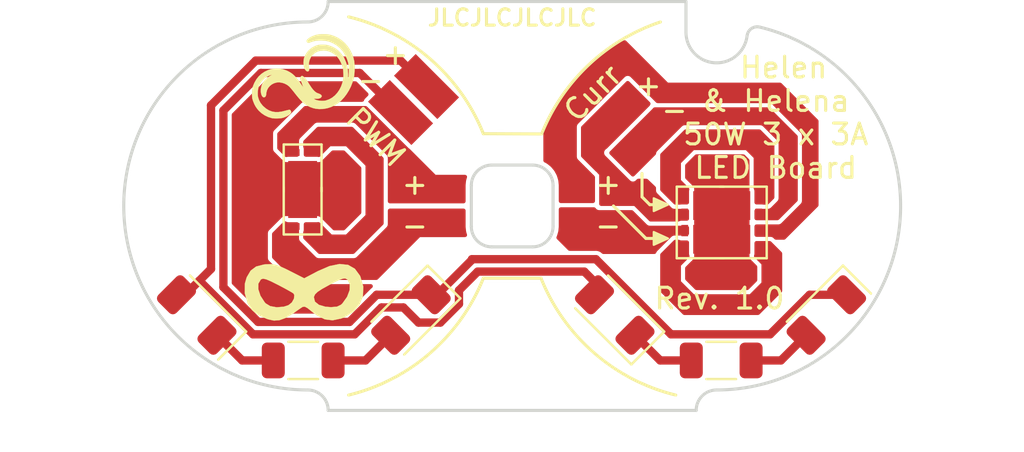
<source format=kicad_pcb>
(kicad_pcb (version 20171130) (host pcbnew 5.1.12-84ad8e8a86~92~ubuntu20.04.1)

  (general
    (thickness 1.6)
    (drawings 55)
    (tracks 44)
    (zones 0)
    (modules 23)
    (nets 18)
  )

  (page A4)
  (layers
    (0 F.Cu signal)
    (31 B.Cu signal)
    (32 B.Adhes user)
    (33 F.Adhes user)
    (34 B.Paste user)
    (35 F.Paste user)
    (36 B.SilkS user)
    (37 F.SilkS user)
    (38 B.Mask user)
    (39 F.Mask user)
    (40 Dwgs.User user)
    (41 Cmts.User user)
    (42 Eco1.User user)
    (43 Eco2.User user)
    (44 Edge.Cuts user)
    (45 Margin user)
    (46 B.CrtYd user)
    (47 F.CrtYd user)
    (48 B.Fab user)
    (49 F.Fab user)
  )

  (setup
    (last_trace_width 0.4064)
    (user_trace_width 0.3048)
    (user_trace_width 0.4064)
    (user_trace_width 0.6096)
    (trace_clearance 0.2032)
    (zone_clearance 0.2032)
    (zone_45_only no)
    (trace_min 0.2)
    (via_size 0.8)
    (via_drill 0.4)
    (via_min_size 0.4)
    (via_min_drill 0.3)
    (uvia_size 0.3)
    (uvia_drill 0.1)
    (uvias_allowed no)
    (uvia_min_size 0.2)
    (uvia_min_drill 0.1)
    (edge_width 0.15)
    (segment_width 0.2)
    (pcb_text_width 0.3)
    (pcb_text_size 1.5 1.5)
    (mod_edge_width 0.15)
    (mod_text_size 1.016 1.016)
    (mod_text_width 0.1524)
    (pad_size 1.41 1.27)
    (pad_drill 0)
    (pad_to_mask_clearance 0)
    (aux_axis_origin 0 0)
    (grid_origin 50 150)
    (visible_elements FFFFFF1F)
    (pcbplotparams
      (layerselection 0x010a0_7fffffff)
      (usegerberextensions true)
      (usegerberattributes false)
      (usegerberadvancedattributes false)
      (creategerberjobfile false)
      (excludeedgelayer true)
      (linewidth 0.100000)
      (plotframeref false)
      (viasonmask false)
      (mode 1)
      (useauxorigin false)
      (hpglpennumber 1)
      (hpglpenspeed 20)
      (hpglpendiameter 15.000000)
      (psnegative false)
      (psa4output false)
      (plotreference false)
      (plotvalue false)
      (plotinvisibletext false)
      (padsonsilk false)
      (subtractmaskfromsilk true)
      (outputformat 1)
      (mirror false)
      (drillshape 0)
      (scaleselection 1)
      (outputdirectory "gerber"))
  )

  (net 0 "")
  (net 1 "Net-(D1-Pad3)")
  (net 2 "Net-(D1-Pad1)")
  (net 3 "Net-(D1-Pad2)")
  (net 4 "Net-(D2-Pad1)")
  (net 5 "Net-(D3-Pad3)")
  (net 6 "Net-(D3-Pad1)")
  (net 7 "Net-(D3-Pad2)")
  (net 8 "Net-(D4-Pad1)")
  (net 9 "Net-(D5-Pad1)")
  (net 10 "Net-(D6-Pad1)")
  (net 11 "Net-(D5-Pad2)")
  (net 12 "Net-(D7-Pad2)")
  (net 13 "Net-(D7-Pad1)")
  (net 14 "Net-(D10-Pad2)")
  (net 15 "Net-(D10-Pad1)")
  (net 16 "Net-(D8-Pad1)")
  (net 17 "Net-(D9-Pad2)")

  (net_class Default "This is the default net class."
    (clearance 0.2032)
    (trace_width 0.2032)
    (via_dia 0.8)
    (via_drill 0.4)
    (uvia_dia 0.3)
    (uvia_drill 0.1)
    (add_net "Net-(D1-Pad1)")
    (add_net "Net-(D1-Pad2)")
    (add_net "Net-(D1-Pad3)")
    (add_net "Net-(D10-Pad1)")
    (add_net "Net-(D10-Pad2)")
    (add_net "Net-(D2-Pad1)")
    (add_net "Net-(D3-Pad1)")
    (add_net "Net-(D3-Pad2)")
    (add_net "Net-(D3-Pad3)")
    (add_net "Net-(D4-Pad1)")
    (add_net "Net-(D5-Pad1)")
    (add_net "Net-(D5-Pad2)")
    (add_net "Net-(D6-Pad1)")
    (add_net "Net-(D7-Pad1)")
    (add_net "Net-(D7-Pad2)")
    (add_net "Net-(D8-Pad1)")
    (add_net "Net-(D9-Pad2)")
  )

  (module MountingHole:MountingHole_3.2mm_M3 (layer F.Cu) (tedit 63833107) (tstamp 637FF0E9)
    (at 50 157)
    (descr "Mounting Hole 3.2mm, no annular, M3")
    (tags "mounting hole 3.2mm no annular m3")
    (attr virtual)
    (fp_text reference REF** (at 0 -4.2) (layer F.SilkS) hide
      (effects (font (size 1 1) (thickness 0.15)))
    )
    (fp_text value MountingHole_3.0mm (at 0 4.2) (layer F.Fab)
      (effects (font (size 1 1) (thickness 0.15)))
    )
    (fp_text user %R (at 0.3 0) (layer F.Fab) hide
      (effects (font (size 1 1) (thickness 0.15)))
    )
    (fp_circle (center 0 0) (end 2.6 0) (layer F.CrtYd) (width 0.05))
    (pad "" np_thru_hole circle (at 0 0) (size 3 3) (drill 3) (layers *.Cu *.Mask))
  )

  (module MountingHole:MountingHole_3.2mm_M3 (layer F.Cu) (tedit 638330EE) (tstamp 637FF093)
    (at 50 143)
    (descr "Mounting Hole 3.2mm, no annular, M3")
    (tags "mounting hole 3.2mm no annular m3")
    (attr virtual)
    (fp_text reference REF** (at 0 -4.2) (layer F.SilkS) hide
      (effects (font (size 1 1) (thickness 0.15)))
    )
    (fp_text value MountingHole_3.0mm (at 0 4.2) (layer F.Fab)
      (effects (font (size 1 1) (thickness 0.15)))
    )
    (fp_text user %R (at 0.3 0) (layer F.Fab) hide
      (effects (font (size 1 1) (thickness 0.15)))
    )
    (fp_circle (center 0 0) (end 2.6 0) (layer F.CrtYd) (width 0.05))
    (pad "" np_thru_hole circle (at 0 0) (size 3 3) (drill 3) (layers *.Cu *.Mask))
  )

  (module MountingHole:MountingHole_3.2mm_M3 (layer F.Cu) (tedit 63832C71) (tstamp 637FF12B)
    (at 33 150)
    (descr "Mounting Hole 3.2mm, no annular, M3")
    (tags "mounting hole 3.2mm no annular m3")
    (attr virtual)
    (fp_text reference REF** (at 0 -4.2) (layer F.SilkS) hide
      (effects (font (size 1 1) (thickness 0.15)))
    )
    (fp_text value MountingHole_3.0mm (at 0 4.2) (layer F.Fab)
      (effects (font (size 1 1) (thickness 0.15)))
    )
    (fp_text user %R (at 0.3 0) (layer F.Fab) hide
      (effects (font (size 1 1) (thickness 0.15)))
    )
    (fp_circle (center 0 0) (end 2 0) (layer F.CrtYd) (width 0.05))
    (pad "" np_thru_hole circle (at 0 0) (size 1.6 1.6) (drill 1.6) (layers *.Cu *.Mask))
  )

  (module MountingHole:MountingHole_3.2mm_M3 (layer F.Cu) (tedit 63832C3F) (tstamp 637FF0F9)
    (at 67 150)
    (descr "Mounting Hole 3.2mm, no annular, M3")
    (tags "mounting hole 3.2mm no annular m3")
    (attr virtual)
    (fp_text reference REF** (at 0 -4.2) (layer F.SilkS) hide
      (effects (font (size 1 1) (thickness 0.15)))
    )
    (fp_text value MountingHole_3.0mm (at 0 4.2) (layer F.Fab)
      (effects (font (size 1 1) (thickness 0.15)))
    )
    (fp_text user %R (at 0.3 0) (layer F.Fab) hide
      (effects (font (size 1 1) (thickness 0.15)))
    )
    (fp_circle (center 0 0) (end 2 0) (layer F.CrtYd) (width 0.05))
    (pad "" np_thru_hole circle (at 0 0) (size 1.6 1.6) (drill 1.6) (layers *.Cu *.Mask))
  )

  (module Connector_PinHeader_2.00mm:PinHeader_2x02_P2.00mm_Vertical_SMD (layer F.Cu) (tedit 63822D45) (tstamp 63813B52)
    (at 50 150)
    (descr "surface-mounted straight pin header, 2x02, 2.00mm pitch, double rows")
    (tags "Surface mounted pin header SMD 2x02 2.00mm double row")
    (path /6380D623)
    (attr smd)
    (fp_text reference J1 (at 0 -3.06) (layer F.SilkS) hide
      (effects (font (size 1 1) (thickness 0.15)))
    )
    (fp_text value Conn_02x02_Odd_Even (at 0 3.06) (layer F.Fab)
      (effects (font (size 1 1) (thickness 0.15)))
    )
    (fp_line (start 4.9 -2.5) (end -4.9 -2.5) (layer F.CrtYd) (width 0.05))
    (fp_line (start 4.9 2.5) (end 4.9 -2.5) (layer F.CrtYd) (width 0.05))
    (fp_line (start -4.9 2.5) (end 4.9 2.5) (layer F.CrtYd) (width 0.05))
    (fp_line (start -4.9 -2.5) (end -4.9 2.5) (layer F.CrtYd) (width 0.05))
    (fp_line (start 2.875 1.25) (end 2 1.25) (layer F.Fab) (width 0.1))
    (fp_line (start 2.875 0.75) (end 2.875 1.25) (layer F.Fab) (width 0.1))
    (fp_line (start 2 0.75) (end 2.875 0.75) (layer F.Fab) (width 0.1))
    (fp_line (start -2.875 1.25) (end -2 1.25) (layer F.Fab) (width 0.1))
    (fp_line (start -2.875 0.75) (end -2.875 1.25) (layer F.Fab) (width 0.1))
    (fp_line (start -2 0.75) (end -2.875 0.75) (layer F.Fab) (width 0.1))
    (fp_line (start 2.875 -0.75) (end 2 -0.75) (layer F.Fab) (width 0.1))
    (fp_line (start 2.875 -1.25) (end 2.875 -0.75) (layer F.Fab) (width 0.1))
    (fp_line (start 2 -1.25) (end 2.875 -1.25) (layer F.Fab) (width 0.1))
    (fp_line (start -2.875 -0.75) (end -2 -0.75) (layer F.Fab) (width 0.1))
    (fp_line (start -2.875 -1.25) (end -2.875 -0.75) (layer F.Fab) (width 0.1))
    (fp_line (start -2 -1.25) (end -2.875 -1.25) (layer F.Fab) (width 0.1))
    (fp_line (start 2 -2) (end 2 2) (layer F.Fab) (width 0.1))
    (fp_line (start -2 -1.25) (end -1.25 -2) (layer F.Fab) (width 0.1))
    (fp_line (start -2 2) (end -2 -1.25) (layer F.Fab) (width 0.1))
    (fp_line (start -1.25 -2) (end 2 -2) (layer F.Fab) (width 0.1))
    (fp_line (start 2 2) (end -2 2) (layer F.Fab) (width 0.1))
    (fp_text user %R (at 0 0 90) (layer F.Fab) hide
      (effects (font (size 1 1) (thickness 0.15)))
    )
    (pad 4 smd rect (at 3.15 1) (size 1.7 1) (layers F.Cu F.Paste F.Mask)
      (net 10 "Net-(D6-Pad1)"))
    (pad 3 smd rect (at -3.15 1) (size 1.7 1) (layers F.Cu F.Paste F.Mask)
      (net 4 "Net-(D2-Pad1)"))
    (pad 2 smd rect (at 3.15 -1) (size 1.7 1) (layers F.Cu F.Paste F.Mask)
      (net 11 "Net-(D5-Pad2)"))
    (pad 1 smd rect (at -3.15 -1) (size 1.7 1) (layers F.Cu F.Paste F.Mask)
      (net 3 "Net-(D1-Pad2)"))
    (model ${KISYS3DMOD}/Connector_PinHeader_2.00mm.3dshapes/PinHeader_2x02_P2.00mm_Vertical_SMD.wrl
      (offset (xyz 0 0 0.5))
      (scale (xyz 1 1 1))
      (rotate (xyz 180 0 0))
    )
  )

  (module LED_SMD:LED_1206_3216Metric (layer F.Cu) (tedit 63822CC4) (tstamp 6381F932)
    (at 34.5695 155.334 135)
    (descr "LED SMD 1206 (3216 Metric), square (rectangular) end terminal, IPC_7351 nominal, (Body size source: http://www.tortai-tech.com/upload/download/2011102023233369053.pdf), generated with kicad-footprint-generator")
    (tags LED)
    (path /6383A63B)
    (attr smd)
    (fp_text reference D7 (at 0 -2.5 135) (layer F.SilkS) hide
      (effects (font (size 1 1) (thickness 0.15)))
    )
    (fp_text value LED (at 0 2.5 135) (layer F.Fab)
      (effects (font (size 1 1) (thickness 0.15)))
    )
    (fp_line (start 2.28 1.12) (end -2.28 1.12) (layer F.CrtYd) (width 0.05))
    (fp_line (start 2.28 -1.12) (end 2.28 1.12) (layer F.CrtYd) (width 0.05))
    (fp_line (start -2.28 -1.12) (end 2.28 -1.12) (layer F.CrtYd) (width 0.05))
    (fp_line (start -2.28 1.12) (end -2.28 -1.12) (layer F.CrtYd) (width 0.05))
    (fp_line (start -2.285 1.135) (end 1.6 1.135) (layer F.SilkS) (width 0.12))
    (fp_line (start -2.285 -0.8) (end -2.285 1.135) (layer F.SilkS) (width 0.12))
    (fp_line (start 1.6 0.8) (end 1.6 -0.8) (layer F.Fab) (width 0.1))
    (fp_line (start -1.6 0.8) (end 1.6 0.8) (layer F.Fab) (width 0.1))
    (fp_line (start -1.6 -0.4) (end -1.6 0.8) (layer F.Fab) (width 0.1))
    (fp_line (start -1.2 -0.8) (end -1.6 -0.4) (layer F.Fab) (width 0.1))
    (fp_line (start 1.6 -0.8) (end -1.2 -0.8) (layer F.Fab) (width 0.1))
    (fp_text user %R (at 0 0 135) (layer F.Fab) hide
      (effects (font (size 0.4 0.4) (thickness 0.1)))
    )
    (pad 2 smd roundrect (at 1.4 0 135) (size 1.25 1.75) (layers F.Cu F.Paste F.Mask) (roundrect_rratio 0.2)
      (net 12 "Net-(D7-Pad2)"))
    (pad 1 smd roundrect (at -1.4 0 135) (size 1.25 1.75) (layers F.Cu F.Paste F.Mask) (roundrect_rratio 0.2)
      (net 13 "Net-(D7-Pad1)"))
    (model ${KISYS3DMOD}/LED_SMD.3dshapes/LED_1206_3216Metric.wrl
      (at (xyz 0 0 0))
      (scale (xyz 1 1 1))
      (rotate (xyz 0 0 0))
    )
  )

  (module LED_SMD:LED_1206_3216Metric (layer F.Cu) (tedit 63822CAD) (tstamp 63820361)
    (at 65.367 155.334 225)
    (descr "LED SMD 1206 (3216 Metric), square (rectangular) end terminal, IPC_7351 nominal, (Body size source: http://www.tortai-tech.com/upload/download/2011102023233369053.pdf), generated with kicad-footprint-generator")
    (tags LED)
    (path /6383BFA5)
    (attr smd)
    (fp_text reference D10 (at 0 -2.5 45) (layer F.SilkS) hide
      (effects (font (size 1 1) (thickness 0.15)))
    )
    (fp_text value LED (at 0 2.5 45) (layer F.Fab)
      (effects (font (size 1 1) (thickness 0.15)))
    )
    (fp_line (start 2.28 1.12) (end -2.28 1.12) (layer F.CrtYd) (width 0.05))
    (fp_line (start 2.28 -1.12) (end 2.28 1.12) (layer F.CrtYd) (width 0.05))
    (fp_line (start -2.28 -1.12) (end 2.28 -1.12) (layer F.CrtYd) (width 0.05))
    (fp_line (start -2.28 1.12) (end -2.28 -1.12) (layer F.CrtYd) (width 0.05))
    (fp_line (start -2.285 1.135) (end 1.6 1.135) (layer F.SilkS) (width 0.12))
    (fp_line (start -2.285 -0.8) (end -2.285 1.135) (layer F.SilkS) (width 0.12))
    (fp_line (start 1.6 0.8) (end 1.6 -0.8) (layer F.Fab) (width 0.1))
    (fp_line (start -1.6 0.8) (end 1.6 0.8) (layer F.Fab) (width 0.1))
    (fp_line (start -1.6 -0.4) (end -1.6 0.8) (layer F.Fab) (width 0.1))
    (fp_line (start -1.2 -0.8) (end -1.6 -0.4) (layer F.Fab) (width 0.1))
    (fp_line (start 1.6 -0.8) (end -1.2 -0.8) (layer F.Fab) (width 0.1))
    (fp_text user %R (at 0 0 45) (layer F.Fab) hide
      (effects (font (size 0.4 0.4) (thickness 0.1)))
    )
    (pad 2 smd roundrect (at 1.4 0 225) (size 1.25 1.75) (layers F.Cu F.Paste F.Mask) (roundrect_rratio 0.2)
      (net 14 "Net-(D10-Pad2)"))
    (pad 1 smd roundrect (at -1.4 0 225) (size 1.25 1.75) (layers F.Cu F.Paste F.Mask) (roundrect_rratio 0.2)
      (net 15 "Net-(D10-Pad1)"))
    (model ${KISYS3DMOD}/LED_SMD.3dshapes/LED_1206_3216Metric.wrl
      (at (xyz 0 0 0))
      (scale (xyz 1 1 1))
      (rotate (xyz 0 0 0))
    )
  )

  (module rt_Logos:Helen_6.0x3.0mm (layer F.Cu) (tedit 0) (tstamp 63828184)
    (at 39.7765 154.191)
    (fp_text reference G*** (at 0 0 180) (layer F.SilkS) hide
      (effects (font (size 1.524 1.524) (thickness 0.3)))
    )
    (fp_text value LOGO (at 0.75 0 180) (layer F.SilkS) hide
      (effects (font (size 1.524 1.524) (thickness 0.3)))
    )
    (fp_poly (pts (xy 2.196491 -1.309031) (xy 2.528282 -1.119659) (xy 2.774929 -0.785321) (xy 2.798794 -0.735219)
      (xy 2.939456 -0.246879) (xy 2.920924 0.218336) (xy 2.753335 0.638458) (xy 2.446822 0.991515)
      (xy 2.011522 1.255538) (xy 1.85266 1.315657) (xy 1.439802 1.400811) (xy 1.06315 1.355137)
      (xy 0.683867 1.16926) (xy 0.41813 0.969319) (xy 0.208034 0.801756) (xy 0.075763 0.732041)
      (xy -0.02705 0.745104) (xy -0.117184 0.802538) (xy -0.547934 1.102346) (xy -0.888081 1.297311)
      (xy -1.171123 1.397797) (xy -1.430556 1.414169) (xy -1.699877 1.356795) (xy -1.798398 1.322792)
      (xy -2.209635 1.135245) (xy -2.493262 0.91076) (xy -2.690985 0.614837) (xy -2.714569 0.564899)
      (xy -2.855468 0.080157) (xy -2.853186 -0.116049) (xy -2.194888 -0.116049) (xy -2.090194 0.200137)
      (xy -1.885379 0.516304) (xy -1.837328 0.5715) (xy -1.612187 0.708247) (xy -1.296404 0.76512)
      (xy -0.951226 0.737108) (xy -0.721621 0.662818) (xy -0.555083 0.529336) (xy -0.450272 0.342243)
      (xy -0.44428 0.277252) (xy 0.524062 0.277252) (xy 0.575015 0.487549) (xy 0.770123 0.644993)
      (xy 1.089324 0.738046) (xy 1.361075 0.75861) (xy 1.651538 0.735161) (xy 1.845668 0.64367)
      (xy 1.921994 0.5715) (xy 2.148077 0.254133) (xy 2.270309 -0.067926) (xy 2.281539 -0.357447)
      (xy 2.174616 -0.577198) (xy 2.147449 -0.602253) (xy 2.06417 -0.646222) (xy 1.949661 -0.641342)
      (xy 1.771828 -0.577544) (xy 1.498572 -0.444758) (xy 1.279616 -0.329989) (xy 0.929138 -0.136519)
      (xy 0.705525 0.009308) (xy 0.58132 0.129558) (xy 0.529068 0.246298) (xy 0.524062 0.277252)
      (xy -0.44428 0.277252) (xy -0.433827 0.163884) (xy -0.476099 0.088237) (xy -0.580377 0.020993)
      (xy -0.797517 -0.101578) (xy -1.089343 -0.258247) (xy -1.247216 -0.340607) (xy -1.588895 -0.511105)
      (xy -1.816192 -0.605887) (xy -1.960902 -0.634712) (xy -2.054821 -0.60734) (xy -2.072716 -0.594009)
      (xy -2.191662 -0.393636) (xy -2.194888 -0.116049) (xy -2.853186 -0.116049) (xy -2.849853 -0.402439)
      (xy -2.763352 -0.70122) (xy -2.570511 -1.027279) (xy -2.304211 -1.227384) (xy -1.928472 -1.325941)
      (xy -1.826858 -1.336478) (xy -1.591126 -1.346619) (xy -1.38712 -1.323259) (xy -1.16453 -1.252487)
      (xy -0.873044 -1.120392) (xy -0.659522 -1.013715) (xy 0.051297 -0.653095) (xy 0.717111 -1.003881)
      (xy 1.28822 -1.251488) (xy 1.782242 -1.353089) (xy 2.196491 -1.309031)) (layer F.SilkS) (width 0.01))
  )

  (module rt_Logos:Helena_5,0x4,1mm (layer F.Cu) (tedit 0) (tstamp 63828C58)
    (at 39.7765 143.65)
    (fp_text reference G*** (at 0 0) (layer F.SilkS) hide
      (effects (font (size 1.524 1.524) (thickness 0.3)))
    )
    (fp_text value LOGO (at 0.75 0) (layer F.SilkS) hide
      (effects (font (size 1.524 1.524) (thickness 0.3)))
    )
    (fp_poly (pts (xy 1.121858 -2.050452) (xy 1.24378 -2.037938) (xy 1.333863 -2.020586) (xy 1.532991 -1.955444)
      (xy 1.718711 -1.864607) (xy 1.889446 -1.749826) (xy 2.043616 -1.612847) (xy 2.179642 -1.45542)
      (xy 2.295946 -1.279292) (xy 2.390948 -1.086211) (xy 2.46307 -0.877926) (xy 2.497537 -0.732118)
      (xy 2.504539 -0.679398) (xy 2.510162 -0.603584) (xy 2.514059 -0.511445) (xy 2.515882 -0.409752)
      (xy 2.515966 -0.37353) (xy 2.512664 -0.219078) (xy 2.502381 -0.084343) (xy 2.483638 0.040334)
      (xy 2.454958 0.164608) (xy 2.414863 0.298136) (xy 2.411667 0.307849) (xy 2.335236 0.504347)
      (xy 2.238738 0.69579) (xy 2.125567 0.877258) (xy 1.999113 1.04383) (xy 1.862769 1.190589)
      (xy 1.719927 1.312612) (xy 1.717819 1.31418) (xy 1.546379 1.424246) (xy 1.363047 1.510058)
      (xy 1.171958 1.570334) (xy 0.977241 1.603792) (xy 0.783031 1.60915) (xy 0.769471 1.608434)
      (xy 0.627222 1.59432) (xy 0.500841 1.567901) (xy 0.377773 1.526094) (xy 0.304402 1.494248)
      (xy 0.213233 1.447822) (xy 0.126756 1.394225) (xy 0.041974 1.33067) (xy -0.04411 1.254368)
      (xy -0.134493 1.162534) (xy -0.232172 1.052381) (xy -0.340145 0.92112) (xy -0.417258 0.823174)
      (xy -0.480457 0.74308) (xy -0.54277 0.666407) (xy -0.600077 0.598053) (xy -0.648257 0.542919)
      (xy -0.683191 0.505905) (xy -0.687363 0.50191) (xy -0.789866 0.423721) (xy -0.908323 0.363015)
      (xy -1.035528 0.322071) (xy -1.164274 0.303168) (xy -1.287356 0.308583) (xy -1.294879 0.309812)
      (xy -1.421208 0.344994) (xy -1.534817 0.403263) (xy -1.632593 0.481355) (xy -1.711426 0.576008)
      (xy -1.768206 0.683959) (xy -1.79982 0.801944) (xy -1.804306 0.844111) (xy -1.814264 0.924428)
      (xy -1.833259 0.98024) (xy -1.863445 1.01612) (xy -1.892857 1.032005) (xy -1.938046 1.035632)
      (xy -1.978923 1.013495) (xy -2.014153 0.969563) (xy -2.042407 0.907806) (xy -2.062351 0.832193)
      (xy -2.072653 0.746693) (xy -2.071982 0.655276) (xy -2.059005 0.56191) (xy -2.055659 0.546892)
      (xy -2.034789 0.476234) (xy -2.006073 0.400796) (xy -1.983649 0.352657) (xy -1.930431 0.270091)
      (xy -1.857675 0.183459) (xy -1.773273 0.100556) (xy -1.685115 0.029177) (xy -1.606176 -0.020288)
      (xy -1.560413 -0.045803) (xy -1.541153 -0.06063) (xy -1.546969 -0.064711) (xy -1.576438 -0.057991)
      (xy -1.628135 -0.040411) (xy -1.673412 -0.022964) (xy -1.810312 0.047415) (xy -1.932756 0.142171)
      (xy -2.037856 0.25813) (xy -2.122725 0.392119) (xy -2.183493 0.537882) (xy -2.20662 0.634928)
      (xy -2.220286 0.746058) (xy -2.22399 0.860073) (xy -2.217235 0.965776) (xy -2.205468 1.031036)
      (xy -2.156792 1.177185) (xy -2.086653 1.308035) (xy -1.991481 1.429772) (xy -1.950902 1.472062)
      (xy -1.818909 1.585737) (xy -1.679858 1.670843) (xy -1.532781 1.727622) (xy -1.37671 1.756318)
      (xy -1.210678 1.757174) (xy -1.033715 1.730432) (xy -0.976506 1.716582) (xy -0.87359 1.689706)
      (xy -0.795617 1.669866) (xy -0.738656 1.656399) (xy -0.698776 1.648643) (xy -0.672047 1.645933)
      (xy -0.654538 1.647606) (xy -0.642318 1.652998) (xy -0.634527 1.658863) (xy -0.600542 1.703818)
      (xy -0.590004 1.757313) (xy -0.597763 1.793221) (xy -0.627733 1.83636) (xy -0.680735 1.883641)
      (xy -0.750939 1.931457) (xy -0.832518 1.976199) (xy -0.919644 2.014256) (xy -0.994402 2.038843)
      (xy -1.077795 2.055348) (xy -1.179432 2.06604) (xy -1.288905 2.070642) (xy -1.395801 2.068879)
      (xy -1.489711 2.060476) (xy -1.53147 2.053055) (xy -1.712991 1.99762) (xy -1.883481 1.915957)
      (xy -2.03941 1.810301) (xy -2.177247 1.682891) (xy -2.248436 1.598706) (xy -2.325212 1.488315)
      (xy -2.387413 1.373384) (xy -2.441019 1.242517) (xy -2.452329 1.210235) (xy -2.472346 1.149473)
      (xy -2.485989 1.099733) (xy -2.494498 1.052344) (xy -2.499116 0.998636) (xy -2.501086 0.92994)
      (xy -2.501561 0.866588) (xy -2.499146 0.743112) (xy -2.489452 0.63918) (xy -2.470346 0.5449)
      (xy -2.439696 0.450381) (xy -2.395369 0.345731) (xy -2.383979 0.321235) (xy -2.290717 0.156871)
      (xy -2.175812 0.011703) (xy -2.041754 -0.112693) (xy -1.891034 -0.214742) (xy -1.726143 -0.292868)
      (xy -1.549572 -0.345495) (xy -1.363812 -0.371048) (xy -1.285932 -0.373333) (xy -1.139321 -0.362469)
      (xy -0.985951 -0.33237) (xy -0.839005 -0.286059) (xy -0.763202 -0.253578) (xy -0.667219 -0.20374)
      (xy -0.580489 -0.149572) (xy -0.499533 -0.087678) (xy -0.420873 -0.014663) (xy -0.341029 0.072869)
      (xy -0.256523 0.178314) (xy -0.163877 0.305068) (xy -0.106757 0.387184) (xy -0.066651 0.445049)
      (xy -0.03342 0.491872) (xy -0.010212 0.523302) (xy -0.000175 0.534986) (xy 0 0.534782)
      (xy -0.004947 0.51865) (xy -0.018542 0.479767) (xy -0.038914 0.423355) (xy -0.064192 0.354632)
      (xy -0.074503 0.326892) (xy -0.101474 0.25223) (xy -0.124123 0.185152) (xy -0.140501 0.131773)
      (xy -0.148655 0.09821) (xy -0.149209 0.092703) (xy -0.139056 0.059961) (xy -0.114203 0.024149)
      (xy -0.083552 -0.004282) (xy -0.057512 -0.014941) (xy -0.025589 -0.004006) (xy 0.017859 0.025151)
      (xy 0.066148 0.067059) (xy 0.112597 0.116244) (xy 0.131549 0.139866) (xy 0.160567 0.18089)
      (xy 0.200254 0.240515) (xy 0.246007 0.311656) (xy 0.293221 0.387231) (xy 0.307644 0.410795)
      (xy 0.399525 0.551206) (xy 0.487619 0.664543) (xy 0.571351 0.750188) (xy 0.650145 0.807521)
      (xy 0.694765 0.828057) (xy 0.770276 0.855765) (xy 0.822751 0.878555) (xy 0.857931 0.899553)
      (xy 0.881559 0.921886) (xy 0.891115 0.934955) (xy 0.907774 0.966268) (xy 0.906063 0.991456)
      (xy 0.895582 1.01239) (xy 0.859491 1.056417) (xy 0.807924 1.085183) (xy 0.736816 1.100112)
      (xy 0.642105 1.102627) (xy 0.638363 1.102509) (xy 0.57623 1.101094) (xy 0.540014 1.102253)
      (xy 0.525819 1.106513) (xy 0.52975 1.114405) (xy 0.532882 1.116842) (xy 0.602302 1.1538)
      (xy 0.692904 1.182076) (xy 0.797009 1.20074) (xy 0.906941 1.208863) (xy 1.015022 1.205515)
      (xy 1.113574 1.189767) (xy 1.120588 1.188003) (xy 1.274751 1.132909) (xy 1.418582 1.051373)
      (xy 1.550214 0.945614) (xy 1.667775 0.817848) (xy 1.769395 0.670296) (xy 1.853204 0.505173)
      (xy 1.917333 0.324699) (xy 1.945708 0.209376) (xy 1.945744 0.209176) (xy 2.166471 0.209176)
      (xy 2.171937 0.221475) (xy 2.176432 0.219137) (xy 2.17822 0.201405) (xy 2.176432 0.199216)
      (xy 2.167549 0.201267) (xy 2.166471 0.209176) (xy 1.945744 0.209176) (xy 1.95886 0.137977)
      (xy 1.966737 0.071789) (xy 1.969978 0.000768) (xy 1.969225 -0.085127) (xy 1.967637 -0.134471)
      (xy 1.960303 -0.259879) (xy 1.947136 -0.365092) (xy 1.925965 -0.459569) (xy 1.894617 -0.552772)
      (xy 1.850922 -0.654162) (xy 1.845899 -0.664882) (xy 1.758973 -0.822243) (xy 1.658022 -0.954053)
      (xy 1.541541 -1.061894) (xy 1.408024 -1.14735) (xy 1.368041 -1.167173) (xy 1.253518 -1.214133)
      (xy 1.147215 -1.242085) (xy 1.036971 -1.253871) (xy 0.993588 -1.254704) (xy 0.842551 -1.242588)
      (xy 0.707877 -1.205872) (xy 0.588194 -1.144008) (xy 0.482131 -1.056448) (xy 0.472119 -1.04615)
      (xy 0.382459 -0.931404) (xy 0.319257 -0.804261) (xy 0.28347 -0.667766) (xy 0.276055 -0.524962)
      (xy 0.283941 -0.447856) (xy 0.293872 -0.36517) (xy 0.293257 -0.30627) (xy 0.28132 -0.266699)
      (xy 0.257283 -0.242003) (xy 0.247101 -0.236601) (xy 0.215582 -0.228548) (xy 0.182359 -0.237883)
      (xy 0.163059 -0.248315) (xy 0.113787 -0.293016) (xy 0.073374 -0.361149) (xy 0.042804 -0.447321)
      (xy 0.023057 -0.546136) (xy 0.015116 -0.652203) (xy 0.019963 -0.760127) (xy 0.03858 -0.864516)
      (xy 0.046024 -0.891162) (xy 0.104402 -1.033686) (xy 0.187928 -1.165505) (xy 0.292739 -1.283087)
      (xy 0.414974 -1.3829) (xy 0.550771 -1.461412) (xy 0.69627 -1.515093) (xy 0.739588 -1.525482)
      (xy 0.841012 -1.53909) (xy 0.958024 -1.542426) (xy 1.078292 -1.535858) (xy 1.18948 -1.519756)
      (xy 1.228213 -1.510843) (xy 1.408029 -1.448963) (xy 1.572428 -1.361741) (xy 1.720427 -1.249999)
      (xy 1.851041 -1.114563) (xy 1.963288 -0.956254) (xy 2.024608 -0.844177) (xy 2.102245 -0.662724)
      (xy 2.15574 -0.480324) (xy 2.186352 -0.290685) (xy 2.19534 -0.087515) (xy 2.193186 -0.001591)
      (xy 2.185789 0.171823) (xy 2.208107 0.089647) (xy 2.219495 0.027883) (xy 2.227543 -0.056425)
      (xy 2.232279 -0.156128) (xy 2.233727 -0.264077) (xy 2.231914 -0.373125) (xy 2.226865 -0.476121)
      (xy 2.218606 -0.565918) (xy 2.207164 -0.635366) (xy 2.205458 -0.642471) (xy 2.140283 -0.847545)
      (xy 2.052962 -1.035779) (xy 1.944768 -1.205504) (xy 1.816973 -1.355051) (xy 1.670849 -1.482747)
      (xy 1.507669 -1.586925) (xy 1.471706 -1.605483) (xy 1.351928 -1.660083) (xy 1.241334 -1.698745)
      (xy 1.12929 -1.724129) (xy 1.005167 -1.738896) (xy 0.918883 -1.743831) (xy 0.758107 -1.744203)
      (xy 0.616911 -1.730757) (xy 0.487846 -1.702423) (xy 0.385203 -1.667072) (xy 0.318677 -1.642476)
      (xy 0.271758 -1.631403) (xy 0.237557 -1.633559) (xy 0.209186 -1.64865) (xy 0.197053 -1.659053)
      (xy 0.169508 -1.69653) (xy 0.167901 -1.736) (xy 0.192917 -1.780613) (xy 0.232548 -1.822113)
      (xy 0.309497 -1.880089) (xy 0.409064 -1.935103) (xy 0.523991 -1.983606) (xy 0.635 -2.018878)
      (xy 0.737468 -2.038969) (xy 0.859141 -2.050944) (xy 0.990457 -2.054779) (xy 1.121858 -2.050452)) (layer F.SilkS) (width 0.01))
  )

  (module rt_leds:LED_Cree-XE-G (layer F.Cu) (tedit 638233F9) (tstamp 6381454C)
    (at 61.3 149.98125 180)
    (descr "LED Cree-XE-G https://assets.cree-led.com/a/ds/x/XLamp-XE-G.pdf")
    (tags "LED Cree XE-G")
    (path /63812C07)
    (attr smd)
    (fp_text reference D4 (at 0 -1.8 180) (layer F.SilkS) hide
      (effects (font (size 1 1) (thickness 0.15)))
    )
    (fp_text value LED_PAD (at 0 1.9 180) (layer F.Fab)
      (effects (font (size 1 1) (thickness 0.15)))
    )
    (fp_line (start -1.025 0.8) (end -1.025 -0.8) (layer F.Fab) (width 0.12))
    (fp_line (start -1.025 -0.8) (end 1.025 -0.8) (layer F.Fab) (width 0.12))
    (fp_line (start 1.025 -0.8) (end 1.025 0.8) (layer F.Fab) (width 0.12))
    (fp_line (start 1.025 0.8) (end -1.025 0.8) (layer F.Fab) (width 0.12))
    (fp_line (start -1.15 0.925) (end -1.15 -0.925) (layer F.SilkS) (width 0.12))
    (fp_line (start 1.15 0.925) (end -1.15 0.925) (layer F.SilkS) (width 0.12))
    (fp_line (start -1.275 1.05) (end -1.275 -0.8) (layer F.CrtYd) (width 0.05))
    (fp_line (start 1.025 1.05) (end -1.275 1.05) (layer F.CrtYd) (width 0.05))
    (fp_text user %R (at 0 0 180) (layer F.Fab) hide
      (effects (font (size 0.8 0.8) (thickness 0.08)))
    )
    (pad 2 smd rect (at -0.76 0.4275 270) (size 0.555 0.33) (layers F.Cu F.Paste F.Mask)
      (net 6 "Net-(D3-Pad1)"))
    (pad 1 smd rect (at -0.76 -0.4275 270) (size 0.555 0.33) (layers F.Cu F.Paste F.Mask)
      (net 8 "Net-(D4-Pad1)"))
    (pad 3 smd rect (at 0.29 0 270) (size 1.41 1.27) (layers F.Cu F.Paste F.Mask)
      (net 5 "Net-(D3-Pad3)"))
  )

  (module rt_leds:LED_Cree-XE-G (layer F.Cu) (tedit 638233F6) (tstamp 63813B17)
    (at 61.3 151.63125 180)
    (descr "LED Cree-XE-G https://assets.cree-led.com/a/ds/x/XLamp-XE-G.pdf")
    (tags "LED Cree XE-G")
    (path /6380FEE2)
    (attr smd)
    (fp_text reference D5 (at 0 -1.8 180) (layer F.SilkS) hide
      (effects (font (size 1 1) (thickness 0.15)))
    )
    (fp_text value LED_PAD (at 0 1.9 180) (layer F.Fab)
      (effects (font (size 1 1) (thickness 0.15)))
    )
    (fp_line (start -1.275 -1.05) (end 1.025 -1.05) (layer F.CrtYd) (width 0.05))
    (fp_line (start -1.275 0.8) (end -1.275 -1.05) (layer F.CrtYd) (width 0.05))
    (fp_line (start -1.15 -0.925) (end 1.15 -0.925) (layer F.SilkS) (width 0.12))
    (fp_line (start -1.15 0.925) (end -1.15 -0.925) (layer F.SilkS) (width 0.12))
    (fp_line (start 1.025 0.8) (end -1.025 0.8) (layer F.Fab) (width 0.12))
    (fp_line (start 1.025 -0.8) (end 1.025 0.8) (layer F.Fab) (width 0.12))
    (fp_line (start -1.025 -0.8) (end 1.025 -0.8) (layer F.Fab) (width 0.12))
    (fp_line (start -1.025 0.8) (end -1.025 -0.8) (layer F.Fab) (width 0.12))
    (fp_text user %R (at 0 0 180) (layer F.Fab) hide
      (effects (font (size 0.8 0.8) (thickness 0.08)))
    )
    (pad 3 smd rect (at 0.29 0 270) (size 1.41 1.27) (layers F.Cu F.Paste F.Mask)
      (net 5 "Net-(D3-Pad3)"))
    (pad 1 smd rect (at -0.76 -0.4275 270) (size 0.555 0.33) (layers F.Cu F.Paste F.Mask)
      (net 9 "Net-(D5-Pad1)"))
    (pad 2 smd rect (at -0.76 0.4275 270) (size 0.555 0.33) (layers F.Cu F.Paste F.Mask)
      (net 11 "Net-(D5-Pad2)"))
  )

  (module rt_leds:LED_Cree-XE-G (layer F.Cu) (tedit 638233F2) (tstamp 6381465A)
    (at 59.2 151.63125)
    (descr "LED Cree-XE-G https://assets.cree-led.com/a/ds/x/XLamp-XE-G.pdf")
    (tags "LED Cree XE-G")
    (path /63815879)
    (attr smd)
    (fp_text reference D6 (at 0 -1.8) (layer F.SilkS) hide
      (effects (font (size 1 1) (thickness 0.15)))
    )
    (fp_text value LED_PAD (at 0 1.9) (layer F.Fab)
      (effects (font (size 1 1) (thickness 0.15)))
    )
    (fp_line (start 1.025 1.05) (end -1.275 1.05) (layer F.CrtYd) (width 0.05))
    (fp_line (start -1.275 1.05) (end -1.275 -0.8) (layer F.CrtYd) (width 0.05))
    (fp_line (start 1.15 0.925) (end -1.15 0.925) (layer F.SilkS) (width 0.12))
    (fp_line (start -1.15 0.925) (end -1.15 -0.925) (layer F.SilkS) (width 0.12))
    (fp_line (start 1.025 0.8) (end -1.025 0.8) (layer F.Fab) (width 0.12))
    (fp_line (start 1.025 -0.8) (end 1.025 0.8) (layer F.Fab) (width 0.12))
    (fp_line (start -1.025 -0.8) (end 1.025 -0.8) (layer F.Fab) (width 0.12))
    (fp_line (start -1.025 0.8) (end -1.025 -0.8) (layer F.Fab) (width 0.12))
    (fp_text user %R (at 0 0) (layer F.Fab) hide
      (effects (font (size 0.8 0.8) (thickness 0.08)))
    )
    (pad 3 smd rect (at 0.29 0 90) (size 1.41 1.27) (layers F.Cu F.Paste F.Mask)
      (net 5 "Net-(D3-Pad3)"))
    (pad 1 smd rect (at -0.76 -0.4275 90) (size 0.555 0.33) (layers F.Cu F.Paste F.Mask)
      (net 10 "Net-(D6-Pad1)"))
    (pad 2 smd rect (at -0.76 0.4275 90) (size 0.555 0.33) (layers F.Cu F.Paste F.Mask)
      (net 9 "Net-(D5-Pad1)"))
  )

  (module rt_leds:LED_Cree-XE-G (layer F.Cu) (tedit 638233EE) (tstamp 63813AEF)
    (at 59.2 149.98125)
    (descr "LED Cree-XE-G https://assets.cree-led.com/a/ds/x/XLamp-XE-G.pdf")
    (tags "LED Cree XE-G")
    (path /638157C1)
    (attr smd)
    (fp_text reference D3 (at 0 -1.8) (layer F.SilkS) hide
      (effects (font (size 1 1) (thickness 0.15)))
    )
    (fp_text value LED_PAD (at 0 1.9) (layer F.Fab)
      (effects (font (size 1 1) (thickness 0.15)))
    )
    (fp_line (start -1.275 -1.05) (end 1.025 -1.05) (layer F.CrtYd) (width 0.05))
    (fp_line (start -1.275 0.8) (end -1.275 -1.05) (layer F.CrtYd) (width 0.05))
    (fp_line (start -1.15 -0.925) (end 1.15 -0.925) (layer F.SilkS) (width 0.12))
    (fp_line (start -1.15 0.925) (end -1.15 -0.925) (layer F.SilkS) (width 0.12))
    (fp_line (start 1.025 0.8) (end -1.025 0.8) (layer F.Fab) (width 0.12))
    (fp_line (start 1.025 -0.8) (end 1.025 0.8) (layer F.Fab) (width 0.12))
    (fp_line (start -1.025 -0.8) (end 1.025 -0.8) (layer F.Fab) (width 0.12))
    (fp_line (start -1.025 0.8) (end -1.025 -0.8) (layer F.Fab) (width 0.12))
    (fp_text user %R (at 0 0) (layer F.Fab) hide
      (effects (font (size 0.8 0.8) (thickness 0.08)))
    )
    (pad 3 smd rect (at 0.29 0 90) (size 1.41 1.27) (layers F.Cu F.Paste F.Mask)
      (net 5 "Net-(D3-Pad3)"))
    (pad 1 smd rect (at -0.76 -0.4275 90) (size 0.555 0.33) (layers F.Cu F.Paste F.Mask)
      (net 6 "Net-(D3-Pad1)"))
    (pad 2 smd rect (at -0.76 0.4275 90) (size 0.555 0.33) (layers F.Cu F.Paste F.Mask)
      (net 7 "Net-(D3-Pad2)"))
  )

  (module rt_leds:LED_Cree-XE-G (layer F.Cu) (tedit 638233E9) (tstamp 6381413D)
    (at 39.75 150.24375 90)
    (descr "LED Cree-XE-G https://assets.cree-led.com/a/ds/x/XLamp-XE-G.pdf")
    (tags "LED Cree XE-G")
    (path /6380E3D0)
    (attr smd)
    (fp_text reference D2 (at 0 -1.8 90) (layer F.SilkS) hide
      (effects (font (size 1 1) (thickness 0.15)))
    )
    (fp_text value LED_PAD (at 0 1.9 90) (layer F.Fab)
      (effects (font (size 1 1) (thickness 0.15)))
    )
    (fp_line (start 1.025 1.05) (end -1.275 1.05) (layer F.CrtYd) (width 0.05))
    (fp_line (start -1.275 -1.05) (end 1.025 -1.05) (layer F.CrtYd) (width 0.05))
    (fp_line (start -1.275 1.05) (end -1.275 -1.05) (layer F.CrtYd) (width 0.05))
    (fp_line (start 1.15 0.925) (end -1.15 0.925) (layer F.SilkS) (width 0.12))
    (fp_line (start -1.15 -0.925) (end 1.15 -0.925) (layer F.SilkS) (width 0.12))
    (fp_line (start -1.15 0.925) (end -1.15 -0.925) (layer F.SilkS) (width 0.12))
    (fp_line (start 1.025 0.8) (end -1.025 0.8) (layer F.Fab) (width 0.12))
    (fp_line (start 1.025 -0.8) (end 1.025 0.8) (layer F.Fab) (width 0.12))
    (fp_line (start -1.025 -0.8) (end 1.025 -0.8) (layer F.Fab) (width 0.12))
    (fp_line (start -1.025 0.8) (end -1.025 -0.8) (layer F.Fab) (width 0.12))
    (fp_text user %R (at 0 0 90) (layer F.Fab) hide
      (effects (font (size 0.8 0.8) (thickness 0.08)))
    )
    (pad 3 smd rect (at 0.29 0 180) (size 1.41 1.27) (layers F.Cu F.Paste F.Mask)
      (net 1 "Net-(D1-Pad3)"))
    (pad 1 smd rect (at -0.76 -0.4275 180) (size 0.555 0.33) (layers F.Cu F.Paste F.Mask)
      (net 4 "Net-(D2-Pad1)"))
    (pad 2 smd rect (at -0.76 0.4275 180) (size 0.555 0.33) (layers F.Cu F.Paste F.Mask)
      (net 2 "Net-(D1-Pad1)"))
  )

  (module rt_leds:LED_Cree-XE-G (layer F.Cu) (tedit 638233E1) (tstamp 63813AC7)
    (at 39.75 148.14375 270)
    (descr "LED Cree-XE-G https://assets.cree-led.com/a/ds/x/XLamp-XE-G.pdf")
    (tags "LED Cree XE-G")
    (path /63812B8B)
    (attr smd)
    (fp_text reference D1 (at 0 -1.8 270) (layer F.SilkS) hide
      (effects (font (size 1 1) (thickness 0.15)))
    )
    (fp_text value LED_PAD (at 0 1.9 270) (layer F.Fab)
      (effects (font (size 1 1) (thickness 0.15)))
    )
    (fp_line (start 1.025 1.05) (end -1.275 1.05) (layer F.CrtYd) (width 0.05))
    (fp_line (start -1.275 -1.05) (end 1.025 -1.05) (layer F.CrtYd) (width 0.05))
    (fp_line (start -1.275 1.05) (end -1.275 -1.05) (layer F.CrtYd) (width 0.05))
    (fp_line (start 1.15 0.925) (end -1.15 0.925) (layer F.SilkS) (width 0.12))
    (fp_line (start -1.15 -0.925) (end 1.15 -0.925) (layer F.SilkS) (width 0.12))
    (fp_line (start -1.15 0.925) (end -1.15 -0.925) (layer F.SilkS) (width 0.12))
    (fp_line (start 1.025 0.8) (end -1.025 0.8) (layer F.Fab) (width 0.12))
    (fp_line (start 1.025 -0.8) (end 1.025 0.8) (layer F.Fab) (width 0.12))
    (fp_line (start -1.025 -0.8) (end 1.025 -0.8) (layer F.Fab) (width 0.12))
    (fp_line (start -1.025 0.8) (end -1.025 -0.8) (layer F.Fab) (width 0.12))
    (fp_text user %R (at 0 0 270) (layer F.Fab) hide
      (effects (font (size 0.8 0.8) (thickness 0.08)))
    )
    (pad 3 smd rect (at 0.29 0) (size 1.41 1.27) (layers F.Cu F.Paste F.Mask)
      (net 1 "Net-(D1-Pad3)"))
    (pad 1 smd rect (at -0.76 -0.4275) (size 0.555 0.33) (layers F.Cu F.Paste F.Mask)
      (net 2 "Net-(D1-Pad1)"))
    (pad 2 smd rect (at -0.76 0.4275) (size 0.555 0.33) (layers F.Cu F.Paste F.Mask)
      (net 3 "Net-(D1-Pad2)"))
  )

  (module LED_SMD:LED_1206_3216Metric (layer F.Cu) (tedit 5F68FEF1) (tstamp 63820628)
    (at 45.047 155.334 225)
    (descr "LED SMD 1206 (3216 Metric), square (rectangular) end terminal, IPC_7351 nominal, (Body size source: http://www.tortai-tech.com/upload/download/2011102023233369053.pdf), generated with kicad-footprint-generator")
    (tags LED)
    (path /6383B114)
    (attr smd)
    (fp_text reference D9 (at 0 -2.5 45) (layer F.SilkS) hide
      (effects (font (size 1 1) (thickness 0.15)))
    )
    (fp_text value LED (at 0 2.5 45) (layer F.Fab)
      (effects (font (size 1 1) (thickness 0.15)))
    )
    (fp_line (start 2.28 1.12) (end -2.28 1.12) (layer F.CrtYd) (width 0.05))
    (fp_line (start 2.28 -1.12) (end 2.28 1.12) (layer F.CrtYd) (width 0.05))
    (fp_line (start -2.28 -1.12) (end 2.28 -1.12) (layer F.CrtYd) (width 0.05))
    (fp_line (start -2.28 1.12) (end -2.28 -1.12) (layer F.CrtYd) (width 0.05))
    (fp_line (start -2.285 1.135) (end 1.6 1.135) (layer F.SilkS) (width 0.12))
    (fp_line (start -2.285 -1.135) (end -2.285 1.135) (layer F.SilkS) (width 0.12))
    (fp_line (start 1.6 -1.135) (end -2.285 -1.135) (layer F.SilkS) (width 0.12))
    (fp_line (start 1.6 0.8) (end 1.6 -0.8) (layer F.Fab) (width 0.1))
    (fp_line (start -1.6 0.8) (end 1.6 0.8) (layer F.Fab) (width 0.1))
    (fp_line (start -1.6 -0.4) (end -1.6 0.8) (layer F.Fab) (width 0.1))
    (fp_line (start -1.2 -0.8) (end -1.6 -0.4) (layer F.Fab) (width 0.1))
    (fp_line (start 1.6 -0.8) (end -1.2 -0.8) (layer F.Fab) (width 0.1))
    (fp_text user %R (at 0 0 45) (layer F.Fab) hide
      (effects (font (size 0.4 0.4) (thickness 0.1)))
    )
    (pad 2 smd roundrect (at 1.4 0 225) (size 1.25 1.75) (layers F.Cu F.Paste F.Mask) (roundrect_rratio 0.2)
      (net 17 "Net-(D9-Pad2)"))
    (pad 1 smd roundrect (at -1.4 0 225) (size 1.25 1.75) (layers F.Cu F.Paste F.Mask) (roundrect_rratio 0.2)
      (net 15 "Net-(D10-Pad1)"))
    (model ${KISYS3DMOD}/LED_SMD.3dshapes/LED_1206_3216Metric.wrl
      (at (xyz 0 0 0))
      (scale (xyz 1 1 1))
      (rotate (xyz 0 0 0))
    )
  )

  (module LED_SMD:LED_1206_3216Metric (layer F.Cu) (tedit 5F68FEF1) (tstamp 6381F946)
    (at 55.0165 155.334 135)
    (descr "LED SMD 1206 (3216 Metric), square (rectangular) end terminal, IPC_7351 nominal, (Body size source: http://www.tortai-tech.com/upload/download/2011102023233369053.pdf), generated with kicad-footprint-generator")
    (tags LED)
    (path /6383BF9B)
    (attr smd)
    (fp_text reference D8 (at 0 -2.5 135) (layer F.SilkS) hide
      (effects (font (size 1 1) (thickness 0.15)))
    )
    (fp_text value LED (at 0 2.5 135) (layer F.Fab)
      (effects (font (size 1 1) (thickness 0.15)))
    )
    (fp_line (start 2.28 1.12) (end -2.28 1.12) (layer F.CrtYd) (width 0.05))
    (fp_line (start 2.28 -1.12) (end 2.28 1.12) (layer F.CrtYd) (width 0.05))
    (fp_line (start -2.28 -1.12) (end 2.28 -1.12) (layer F.CrtYd) (width 0.05))
    (fp_line (start -2.28 1.12) (end -2.28 -1.12) (layer F.CrtYd) (width 0.05))
    (fp_line (start -2.285 1.135) (end 1.6 1.135) (layer F.SilkS) (width 0.12))
    (fp_line (start -2.285 -1.135) (end -2.285 1.135) (layer F.SilkS) (width 0.12))
    (fp_line (start 1.6 -1.135) (end -2.285 -1.135) (layer F.SilkS) (width 0.12))
    (fp_line (start 1.6 0.8) (end 1.6 -0.8) (layer F.Fab) (width 0.1))
    (fp_line (start -1.6 0.8) (end 1.6 0.8) (layer F.Fab) (width 0.1))
    (fp_line (start -1.6 -0.4) (end -1.6 0.8) (layer F.Fab) (width 0.1))
    (fp_line (start -1.2 -0.8) (end -1.6 -0.4) (layer F.Fab) (width 0.1))
    (fp_line (start 1.6 -0.8) (end -1.2 -0.8) (layer F.Fab) (width 0.1))
    (fp_text user %R (at 0 0 135) (layer F.Fab) hide
      (effects (font (size 0.4 0.4) (thickness 0.1)))
    )
    (pad 2 smd roundrect (at 1.4 0 135) (size 1.25 1.75) (layers F.Cu F.Paste F.Mask) (roundrect_rratio 0.2)
      (net 12 "Net-(D7-Pad2)"))
    (pad 1 smd roundrect (at -1.4 0 135) (size 1.25 1.75) (layers F.Cu F.Paste F.Mask) (roundrect_rratio 0.2)
      (net 16 "Net-(D8-Pad1)"))
    (model ${KISYS3DMOD}/LED_SMD.3dshapes/LED_1206_3216Metric.wrl
      (at (xyz 0 0 0))
      (scale (xyz 1 1 1))
      (rotate (xyz 0 0 0))
    )
  )

  (module Resistor_SMD:R_1206_3216Metric (layer F.Cu) (tedit 5F68FEEE) (tstamp 6381F9F6)
    (at 60.2235 157.5565)
    (descr "Resistor SMD 1206 (3216 Metric), square (rectangular) end terminal, IPC_7351 nominal, (Body size source: IPC-SM-782 page 72, https://www.pcb-3d.com/wordpress/wp-content/uploads/ipc-sm-782a_amendment_1_and_2.pdf), generated with kicad-footprint-generator")
    (tags resistor)
    (path /6383BDFF)
    (attr smd)
    (fp_text reference R2 (at 0 -1.82) (layer F.SilkS) hide
      (effects (font (size 1 1) (thickness 0.15)))
    )
    (fp_text value R (at 0 1.82) (layer F.Fab)
      (effects (font (size 1 1) (thickness 0.15)))
    )
    (fp_line (start 2.28 1.12) (end -2.28 1.12) (layer F.CrtYd) (width 0.05))
    (fp_line (start 2.28 -1.12) (end 2.28 1.12) (layer F.CrtYd) (width 0.05))
    (fp_line (start -2.28 -1.12) (end 2.28 -1.12) (layer F.CrtYd) (width 0.05))
    (fp_line (start -2.28 1.12) (end -2.28 -1.12) (layer F.CrtYd) (width 0.05))
    (fp_line (start -0.727064 0.91) (end 0.727064 0.91) (layer F.SilkS) (width 0.12))
    (fp_line (start -0.727064 -0.91) (end 0.727064 -0.91) (layer F.SilkS) (width 0.12))
    (fp_line (start 1.6 0.8) (end -1.6 0.8) (layer F.Fab) (width 0.1))
    (fp_line (start 1.6 -0.8) (end 1.6 0.8) (layer F.Fab) (width 0.1))
    (fp_line (start -1.6 -0.8) (end 1.6 -0.8) (layer F.Fab) (width 0.1))
    (fp_line (start -1.6 0.8) (end -1.6 -0.8) (layer F.Fab) (width 0.1))
    (fp_text user %R (at 0 0) (layer F.Fab) hide
      (effects (font (size 0.8 0.8) (thickness 0.12)))
    )
    (pad 2 smd roundrect (at 1.4625 0) (size 1.125 1.75) (layers F.Cu F.Paste F.Mask) (roundrect_rratio 0.2222204444444444)
      (net 14 "Net-(D10-Pad2)"))
    (pad 1 smd roundrect (at -1.4625 0) (size 1.125 1.75) (layers F.Cu F.Paste F.Mask) (roundrect_rratio 0.2222204444444444)
      (net 16 "Net-(D8-Pad1)"))
    (model ${KISYS3DMOD}/Resistor_SMD.3dshapes/R_1206_3216Metric.wrl
      (at (xyz 0 0 0))
      (scale (xyz 1 1 1))
      (rotate (xyz 0 0 0))
    )
  )

  (module Resistor_SMD:R_1206_3216Metric (layer F.Cu) (tedit 5F68FEEE) (tstamp 63820592)
    (at 39.7765 157.5565)
    (descr "Resistor SMD 1206 (3216 Metric), square (rectangular) end terminal, IPC_7351 nominal, (Body size source: IPC-SM-782 page 72, https://www.pcb-3d.com/wordpress/wp-content/uploads/ipc-sm-782a_amendment_1_and_2.pdf), generated with kicad-footprint-generator")
    (tags resistor)
    (path /63839CEA)
    (attr smd)
    (fp_text reference R1 (at 0 -1.82) (layer F.SilkS) hide
      (effects (font (size 1 1) (thickness 0.15)))
    )
    (fp_text value R (at 0 1.82) (layer F.Fab)
      (effects (font (size 1 1) (thickness 0.15)))
    )
    (fp_line (start 2.28 1.12) (end -2.28 1.12) (layer F.CrtYd) (width 0.05))
    (fp_line (start 2.28 -1.12) (end 2.28 1.12) (layer F.CrtYd) (width 0.05))
    (fp_line (start -2.28 -1.12) (end 2.28 -1.12) (layer F.CrtYd) (width 0.05))
    (fp_line (start -2.28 1.12) (end -2.28 -1.12) (layer F.CrtYd) (width 0.05))
    (fp_line (start -0.727064 0.91) (end 0.727064 0.91) (layer F.SilkS) (width 0.12))
    (fp_line (start -0.727064 -0.91) (end 0.727064 -0.91) (layer F.SilkS) (width 0.12))
    (fp_line (start 1.6 0.8) (end -1.6 0.8) (layer F.Fab) (width 0.1))
    (fp_line (start 1.6 -0.8) (end 1.6 0.8) (layer F.Fab) (width 0.1))
    (fp_line (start -1.6 -0.8) (end 1.6 -0.8) (layer F.Fab) (width 0.1))
    (fp_line (start -1.6 0.8) (end -1.6 -0.8) (layer F.Fab) (width 0.1))
    (fp_text user %R (at 0 0) (layer F.Fab) hide
      (effects (font (size 0.8 0.8) (thickness 0.12)))
    )
    (pad 2 smd roundrect (at 1.4625 0) (size 1.125 1.75) (layers F.Cu F.Paste F.Mask) (roundrect_rratio 0.2222204444444444)
      (net 17 "Net-(D9-Pad2)"))
    (pad 1 smd roundrect (at -1.4625 0) (size 1.125 1.75) (layers F.Cu F.Paste F.Mask) (roundrect_rratio 0.2222204444444444)
      (net 13 "Net-(D7-Pad1)"))
    (model ${KISYS3DMOD}/Resistor_SMD.3dshapes/R_1206_3216Metric.wrl
      (at (xyz 0 0 0))
      (scale (xyz 1 1 1))
      (rotate (xyz 0 0 0))
    )
  )

  (module rt_pins:1,5x3mm_SMD (layer F.Cu) (tedit 55C0AD23) (tstamp 6381F9D4)
    (at 44.539 145.428 45)
    (path /63837DDD)
    (fp_text reference J5 (at 0 -2.54 45) (layer F.SilkS) hide
      (effects (font (size 1 1) (thickness 0.15)))
    )
    (fp_text value Conn_01x01 (at 0 2.54 45) (layer F.Fab)
      (effects (font (size 1 1) (thickness 0.15)))
    )
    (pad 1 smd rect (at 0 0 45) (size 1.5 3) (layers F.Cu F.Paste F.Mask)
      (net 15 "Net-(D10-Pad1)"))
  )

  (module rt_pins:1,5x3mm_SMD (layer F.Cu) (tedit 55C0AD23) (tstamp 6381F9CF)
    (at 45.809 144.158 45)
    (path /63837CA1)
    (fp_text reference J4 (at 0 -2.54 45) (layer F.SilkS) hide
      (effects (font (size 1 1) (thickness 0.15)))
    )
    (fp_text value Conn_01x01 (at 0 2.54 45) (layer F.Fab)
      (effects (font (size 1 1) (thickness 0.15)))
    )
    (pad 1 smd rect (at 0 0 45) (size 1.5 3) (layers F.Cu F.Paste F.Mask)
      (net 12 "Net-(D7-Pad2)"))
  )

  (module rt_pins:1,5x3mm_SMD (layer F.Cu) (tedit 55C0AD23) (tstamp 6381EF4B)
    (at 56.4135 146.8885 135)
    (path /6382C886)
    (fp_text reference J3 (at 0 -2.54 135) (layer F.SilkS) hide
      (effects (font (size 1 1) (thickness 0.15)))
    )
    (fp_text value Conn_01x01 (at 0 2.54 135) (layer F.Fab)
      (effects (font (size 1 1) (thickness 0.15)))
    )
    (pad 1 smd rect (at 0 0 135) (size 1.5 3) (layers F.Cu F.Paste F.Mask)
      (net 8 "Net-(D4-Pad1)"))
  )

  (module rt_pins:1,5x3mm_SMD (layer F.Cu) (tedit 55C0AD23) (tstamp 6381EF9F)
    (at 55.1435 145.6185 315)
    (path /6382C2CC)
    (fp_text reference J2 (at 0 -2.54 135) (layer F.SilkS) hide
      (effects (font (size 1 1) (thickness 0.15)))
    )
    (fp_text value Conn_01x01 (at 0 2.54 135) (layer F.Fab)
      (effects (font (size 1 1) (thickness 0.15)))
    )
    (pad 1 smd rect (at 0 0 315) (size 1.5 3) (layers F.Cu F.Paste F.Mask)
      (net 7 "Net-(D3-Pad2)"))
  )

  (gr_text JLCJLCJLCJLC (at 50 140.7925) (layer F.SilkS)
    (effects (font (size 0.8 0.8) (thickness 0.15)))
  )
  (gr_text "Rev. 1.0" (at 60.14 154.53) (layer F.SilkS)
    (effects (font (size 1.016 1.016) (thickness 0.1524)))
  )
  (gr_text RT2211 (at 37.046 149.1745 90) (layer F.Mask)
    (effects (font (size 0.8128 0.8128) (thickness 0.2032)))
  )
  (gr_text "  Helen \n& Helena\n50W 3 x 3A\nLED Board" (at 62.8905 145.682) (layer F.SilkS)
    (effects (font (size 1.016 1.016) (thickness 0.1524)))
  )
  (gr_text Curr (at 53.937 144.4755 45) (layer F.SilkS)
    (effects (font (size 1.016 1.016) (thickness 0.1524)))
  )
  (gr_text PWM (at 43.3325 146.6345 315) (layer F.SilkS)
    (effects (font (size 1.016 1.016) (thickness 0.1524)))
  )
  (gr_line (start 56.35 149.5555) (end 56.35 148.4125) (layer F.SilkS) (width 0.15))
  (gr_line (start 56.731 149.9365) (end 56.35 149.5555) (layer F.SilkS) (width 0.15))
  (gr_line (start 56.9215 149.9365) (end 56.731 149.9365) (layer F.SilkS) (width 0.15))
  (gr_poly (pts (xy 57.62 149.9365) (xy 56.9215 150.254) (xy 56.9215 149.619)) (layer F.SilkS) (width 0.1) (tstamp 6382833A))
  (gr_line (start 56.5405 151.5875) (end 54.953 150) (layer F.SilkS) (width 0.15))
  (gr_line (start 56.9215 151.5875) (end 56.5405 151.5875) (layer F.SilkS) (width 0.15))
  (gr_poly (pts (xy 57.62 151.5875) (xy 56.9215 151.905) (xy 56.9215 151.27)) (layer F.SilkS) (width 0.1))
  (gr_text - (at 57.9375 145.301) (layer F.SilkS) (tstamp 63828335)
    (effects (font (size 1.016 1.016) (thickness 0.1524)))
  )
  (gr_text + (at 56.6675 144.0945) (layer F.SilkS) (tstamp 6382830C)
    (effects (font (size 1.016 1.016) (thickness 0.1524)))
  )
  (gr_text - (at 43.0785 143.8405) (layer F.SilkS) (tstamp 638282E3)
    (effects (font (size 1.016 1.016) (thickness 0.1524)))
  )
  (gr_text + (at 44.285 142.5705) (layer F.SilkS) (tstamp 638282BA)
    (effects (font (size 1.016 1.016) (thickness 0.1524)))
  )
  (gr_text + (at 54.699 148.9205) (layer F.SilkS) (tstamp 63828205)
    (effects (font (size 1.016 1.016) (thickness 0.1524)))
  )
  (gr_text - (at 54.699 150.9525) (layer F.SilkS) (tstamp 638281FF)
    (effects (font (size 1.016 1.016) (thickness 0.1524)))
  )
  (gr_text - (at 45.2375 150.9525) (layer F.SilkS) (tstamp 638281FC)
    (effects (font (size 1.016 1.016) (thickness 0.1524)))
  )
  (gr_text + (at 45.2375 148.9205) (layer F.SilkS)
    (effects (font (size 1.016 1.016) (thickness 0.1524)))
  )
  (gr_circle (center 39.75 149.19375) (end 42.75 149.19375) (layer Dwgs.User) (width 0.05) (tstamp 63815236))
  (gr_circle (center 60.25 150.80625) (end 63.75 150.80625) (layer Dwgs.User) (width 0.05))
  (gr_line (start 48.588833 153.535534) (end 51.411167 153.535534) (layer F.SilkS) (width 0.15) (tstamp 637FF177))
  (gr_line (start 48.588833 146.464466) (end 51.441698 146.476679) (layer F.SilkS) (width 0.15) (tstamp 637FF176))
  (gr_arc (start 60.25 150) (end 57.250001 141.000001) (angle -49.76364169) (layer F.SilkS) (width 0.15))
  (gr_arc (start 60.25 150) (end 58.000001 159.249999) (angle 54.52728338) (layer F.SilkS) (width 0.15))
  (gr_arc (start 39.75 150) (end 41.999999 159.249999) (angle -54.52728338) (layer F.SilkS) (width 0.15))
  (gr_arc (start 39.75 150) (end 41.999999 140.750001) (angle 54.52728338) (layer F.SilkS) (width 0.15))
  (gr_circle (center 39.75 150) (end 49.25 150) (layer Dwgs.User) (width 0.05))
  (gr_line (start 51.5 146.5) (end 48.5 146.5) (layer Dwgs.User) (width 0.05))
  (gr_line (start 51.5 153.5) (end 48.5 153.5) (layer Dwgs.User) (width 0.05))
  (gr_line (start 48.75 154) (end 51.25 154) (layer Dwgs.User) (width 0.05))
  (gr_line (start 51.25 146) (end 48.75 146) (layer Dwgs.User) (width 0.05))
  (gr_circle (center 60.25 150) (end 69.75 150) (layer Dwgs.User) (width 0.05))
  (gr_line (start 51 148) (end 49 148) (layer Edge.Cuts) (width 0.15) (tstamp 637FF15B))
  (gr_line (start 48 149) (end 48 151) (layer Edge.Cuts) (width 0.15) (tstamp 637FF15A))
  (gr_line (start 51 152) (end 49 152) (layer Edge.Cuts) (width 0.15) (tstamp 637FF159))
  (gr_line (start 52 149) (end 52 151) (layer Edge.Cuts) (width 0.15) (tstamp 637FF158))
  (gr_arc (start 49 149) (end 48 149) (angle 90) (layer Edge.Cuts) (width 0.15))
  (gr_arc (start 49 151) (end 49 152) (angle 90) (layer Edge.Cuts) (width 0.15))
  (gr_arc (start 51 151) (end 52 151) (angle 90) (layer Edge.Cuts) (width 0.15))
  (gr_arc (start 51 149) (end 51 148) (angle 90) (layer Edge.Cuts) (width 0.15))
  (gr_circle (center 39.75 150) (end 49.75 150) (layer Dwgs.User) (width 0.05) (tstamp 637FF155))
  (gr_circle (center 60.25 150) (end 70.25 150) (layer Dwgs.User) (width 0.05))
  (gr_line (start 58.5 141.5) (end 58.5 140) (layer Edge.Cuts) (width 0.15))
  (gr_arc (start 61.985 141.731) (end 62.099 141.248) (angle -96.2) (layer Edge.Cuts) (width 0.15))
  (gr_arc (start 60 141.5) (end 58.5 141.5) (angle -173.5) (layer Edge.Cuts) (width 0.15))
  (gr_line (start 41 140) (end 58.5 140) (layer Edge.Cuts) (width 0.15) (tstamp 637F90AA))
  (gr_line (start 41 160) (end 59 160) (layer Edge.Cuts) (width 0.15) (tstamp 637F90A7))
  (gr_arc (start 40 160) (end 40 159) (angle 90) (layer Edge.Cuts) (width 0.15))
  (gr_arc (start 60 160) (end 60 159) (angle -90) (layer Edge.Cuts) (width 0.15))
  (gr_arc (start 40 140) (end 40 141) (angle -90) (layer Edge.Cuts) (width 0.15))
  (gr_arc (start 40 150) (end 40 159) (angle 180) (layer Edge.Cuts) (width 0.15))
  (gr_arc (start 60 150) (end 60 159) (angle -166.5) (layer Edge.Cuts) (width 0.15))

  (segment (start 34.005783 154.344051) (end 34.6965 153.653334) (width 0.4064) (layer F.Cu) (net 12))
  (segment (start 33.579551 154.344051) (end 34.005783 154.344051) (width 0.4064) (layer F.Cu) (net 12))
  (segment (start 42.295044 156.27829) (end 37.321456 156.27829) (width 0.4064) (layer F.Cu) (net 12))
  (segment (start 44.676632 154.963632) (end 43.609702 154.963632) (width 0.4064) (layer F.Cu) (net 12))
  (segment (start 45.417368 155.704368) (end 44.676632 154.963632) (width 0.4064) (layer F.Cu) (net 12))
  (segment (start 46.484298 155.704368) (end 45.417368 155.704368) (width 0.4064) (layer F.Cu) (net 12))
  (segment (start 37.321456 156.27829) (end 34.6965 153.653334) (width 0.4064) (layer F.Cu) (net 12))
  (segment (start 47.397266 154.7914) (end 46.484298 155.704368) (width 0.4064) (layer F.Cu) (net 12))
  (segment (start 47.397266 154.126734) (end 47.397266 154.7914) (width 0.4064) (layer F.Cu) (net 12))
  (segment (start 48.31409 153.20991) (end 47.397266 154.126734) (width 0.4064) (layer F.Cu) (net 12))
  (segment (start 53.52741 153.20991) (end 48.31409 153.20991) (width 0.4064) (layer F.Cu) (net 12))
  (segment (start 54.026551 153.709051) (end 53.52741 153.20991) (width 0.4064) (layer F.Cu) (net 12))
  (segment (start 43.609702 154.963632) (end 42.295044 156.27829) (width 0.4064) (layer F.Cu) (net 12))
  (segment (start 54.026551 154.344051) (end 54.026551 153.709051) (width 0.4064) (layer F.Cu) (net 12))
  (segment (start 44.539 142.888) (end 45.809 144.158) (width 0.4064) (layer F.Cu) (net 12))
  (segment (start 37.458407 142.888) (end 44.539 142.888) (width 0.4064) (layer F.Cu) (net 12))
  (segment (start 37.458407 142.888) (end 35.268 145.078407) (width 0.4064) (layer F.Cu) (net 12))
  (segment (start 35.268 153.081834) (end 34.6965 153.653334) (width 0.4064) (layer F.Cu) (net 12))
  (segment (start 35.268 145.078407) (end 35.268 153.081834) (width 0.4064) (layer F.Cu) (net 12))
  (segment (start 36.792 157.5565) (end 35.559449 156.323949) (width 0.4064) (layer F.Cu) (net 13))
  (segment (start 38.314 157.5565) (end 36.792 157.5565) (width 0.4064) (layer F.Cu) (net 13))
  (segment (start 63.1445 157.5565) (end 64.377051 156.323949) (width 0.4064) (layer F.Cu) (net 14))
  (segment (start 61.686 157.5565) (end 63.1445 157.5565) (width 0.4064) (layer F.Cu) (net 14))
  (segment (start 46.512856 154.344051) (end 46.036949 154.344051) (width 0.4064) (layer F.Cu) (net 15))
  (segment (start 57.768456 156.27829) (end 54.093666 152.6035) (width 0.4064) (layer F.Cu) (net 15))
  (segment (start 62.615044 156.27829) (end 57.768456 156.27829) (width 0.4064) (layer F.Cu) (net 15))
  (segment (start 46.322356 154.344051) (end 46.036949 154.344051) (width 0.4064) (layer F.Cu) (net 15))
  (segment (start 48.0315 152.6035) (end 48.0315 152.634907) (width 0.4064) (layer F.Cu) (net 15))
  (segment (start 54.093666 152.6035) (end 48.0315 152.6035) (width 0.4064) (layer F.Cu) (net 15))
  (segment (start 64.549283 154.344051) (end 62.615044 156.27829) (width 0.4064) (layer F.Cu) (net 15))
  (segment (start 48.0315 152.634907) (end 46.322356 154.344051) (width 0.4064) (layer F.Cu) (net 15))
  (segment (start 66.356949 154.344051) (end 64.549283 154.344051) (width 0.4064) (layer F.Cu) (net 15))
  (segment (start 43.371691 154.344051) (end 46.036949 154.344051) (width 0.4064) (layer F.Cu) (net 15))
  (segment (start 42.043862 155.67188) (end 43.371691 154.344051) (width 0.4064) (layer F.Cu) (net 15))
  (segment (start 37.572638 155.67188) (end 42.043862 155.67188) (width 0.4064) (layer F.Cu) (net 15))
  (segment (start 35.87441 153.973652) (end 37.572638 155.67188) (width 0.4064) (layer F.Cu) (net 15))
  (segment (start 35.87441 145.329589) (end 35.87441 153.973652) (width 0.4064) (layer F.Cu) (net 15))
  (segment (start 37.70959 143.49441) (end 35.87441 145.329589) (width 0.4064) (layer F.Cu) (net 15))
  (segment (start 42.54191 143.49441) (end 37.70959 143.49441) (width 0.4064) (layer F.Cu) (net 15))
  (segment (start 44.539 145.4915) (end 42.54191 143.49441) (width 0.4064) (layer F.Cu) (net 15))
  (segment (start 57.239 157.5565) (end 56.006449 156.323949) (width 0.4064) (layer F.Cu) (net 16))
  (segment (start 58.761 157.5565) (end 57.239 157.5565) (width 0.4064) (layer F.Cu) (net 16))
  (segment (start 42.8245 157.5565) (end 44.057051 156.323949) (width 0.4064) (layer F.Cu) (net 17))
  (segment (start 41.239 157.5565) (end 42.8245 157.5565) (width 0.4064) (layer F.Cu) (net 17))

  (zone (net 2) (net_name "Net-(D1-Pad1)") (layer F.Cu) (tstamp 63838A4A) (hatch edge 0.508)
    (priority 2)
    (connect_pads yes (clearance 0.2032))
    (min_thickness 0.2032)
    (fill yes (arc_segments 32) (thermal_gap 0.508) (thermal_bridge_width 0.508))
    (polygon
      (pts
        (xy 43.7135 147.6505) (xy 43.7135 150.889) (xy 42.253 152.3495) (xy 40.5385 152.3495) (xy 39.7765 151.5875)
        (xy 39.7765 150.6985) (xy 40.475 150.6985) (xy 41.1735 151.397) (xy 41.872 151.397) (xy 42.8245 150.4445)
        (xy 42.8245 148.0315) (xy 41.872 147.079) (xy 41.11 147.079) (xy 40.5385 147.6505) (xy 39.7765 147.6505)
        (xy 39.7765 146.825) (xy 40.475 146.1265) (xy 42.1895 146.1265)
      )
    )
    (filled_polygon
      (pts
        (xy 43.6119 147.692584) (xy 43.6119 150.846916) (xy 42.210916 152.2479) (xy 40.580584 152.2479) (xy 39.8781 151.545416)
        (xy 39.8781 151.295049) (xy 39.88296 151.285956) (xy 39.900389 151.228501) (xy 39.906274 151.16875) (xy 39.906274 150.895024)
        (xy 40.455 150.895024) (xy 40.514751 150.889139) (xy 40.520278 150.887462) (xy 41.101658 151.468842) (xy 41.117054 151.481477)
        (xy 41.134619 151.490866) (xy 41.153679 151.496648) (xy 41.1735 151.4986) (xy 41.872 151.4986) (xy 41.891821 151.496648)
        (xy 41.910881 151.490866) (xy 41.928446 151.481477) (xy 41.943842 151.468842) (xy 42.896342 150.516342) (xy 42.908977 150.500946)
        (xy 42.918366 150.483381) (xy 42.924148 150.464321) (xy 42.9261 150.4445) (xy 42.9261 148.0315) (xy 42.924148 148.011679)
        (xy 42.918366 147.992619) (xy 42.908977 147.975054) (xy 42.896342 147.959658) (xy 41.943842 147.007158) (xy 41.928446 146.994523)
        (xy 41.910881 146.985134) (xy 41.891821 146.979352) (xy 41.872 146.9774) (xy 41.11 146.9774) (xy 41.090179 146.979352)
        (xy 41.071119 146.985134) (xy 41.053554 146.994523) (xy 41.038158 147.007158) (xy 40.53946 147.505856) (xy 40.514751 147.498361)
        (xy 40.455 147.492476) (xy 39.906274 147.492476) (xy 39.906274 147.21875) (xy 39.900389 147.158999) (xy 39.88296 147.101544)
        (xy 39.8781 147.092451) (xy 39.8781 146.867084) (xy 40.517084 146.2281) (xy 42.147416 146.2281)
      )
    )
  )
  (zone (net 4) (net_name "Net-(D2-Pad1)") (layer F.Cu) (tstamp 63838A47) (hatch edge 0.508)
    (priority 1)
    (connect_pads yes (clearance 0.2032))
    (min_thickness 0.2032)
    (fill yes (arc_segments 32) (thermal_gap 0.508) (thermal_bridge_width 0.508))
    (polygon
      (pts
        (xy 47.968 151.524) (xy 45.4915 151.524) (xy 43.396 153.6195) (xy 39.332 153.6195) (xy 38.2525 152.54)
        (xy 38.2525 151.3335) (xy 38.8875 150.6985) (xy 39.7765 150.6985) (xy 39.7765 151.5875) (xy 40.5385 152.3495)
        (xy 42.0625 152.3495) (xy 43.7135 150.6985) (xy 43.7135 150.127) (xy 47.968 150.127)
      )
    )
    (filled_polygon
      (pts
        (xy 47.620201 151.018652) (xy 47.62183 151.035196) (xy 47.621787 151.041404) (xy 47.622305 151.046682) (xy 47.642706 151.240779)
        (xy 47.649625 151.274487) (xy 47.656077 151.308311) (xy 47.65761 151.313388) (xy 47.691355 151.4224) (xy 45.4915 151.4224)
        (xy 45.471679 151.424352) (xy 45.452619 151.430134) (xy 45.435054 151.439523) (xy 45.419658 151.452158) (xy 43.353916 153.5179)
        (xy 39.374084 153.5179) (xy 38.3541 152.497916) (xy 38.3541 151.375584) (xy 38.882294 150.84739) (xy 38.927794 150.87171)
        (xy 38.985249 150.889139) (xy 39.045 150.895024) (xy 39.4717 150.895024) (xy 39.4717 151.5875) (xy 39.477557 151.646964)
        (xy 39.494902 151.704142) (xy 39.523068 151.756838) (xy 39.560974 151.803026) (xy 40.322974 152.565026) (xy 40.369162 152.602932)
        (xy 40.421858 152.631098) (xy 40.479036 152.648443) (xy 40.5385 152.6543) (xy 42.253 152.6543) (xy 42.312464 152.648443)
        (xy 42.369642 152.631098) (xy 42.422338 152.602932) (xy 42.468526 152.565026) (xy 43.929026 151.104526) (xy 43.966932 151.058338)
        (xy 43.995098 151.005642) (xy 44.012443 150.948464) (xy 44.0183 150.889) (xy 44.0183 150.2286) (xy 47.620201 150.2286)
      )
    )
  )
  (zone (net 3) (net_name "Net-(D1-Pad2)") (layer F.Cu) (tstamp 63838A44) (hatch edge 0.508)
    (priority 1)
    (connect_pads yes (clearance 0.2032))
    (min_thickness 0.2032)
    (fill yes (arc_segments 32) (thermal_gap 0.508) (thermal_bridge_width 0.508))
    (polygon
      (pts
        (xy 47.968 149.873) (xy 43.7135 149.873) (xy 43.7135 147.6505) (xy 42.1895 146.1265) (xy 40.475 146.1265)
        (xy 39.713 146.8885) (xy 39.713 147.6505) (xy 38.951 147.6505) (xy 38.5065 147.206) (xy 38.5065 146.444)
        (xy 39.84 145.1105) (xy 42.888 145.1105) (xy 46.2535 148.476) (xy 47.968 148.476)
      )
    )
    (filled_polygon
      (pts
        (xy 44.852762 147.235558) (xy 44.899173 147.273648) (xy 44.916984 147.283168) (xy 46.181658 148.547842) (xy 46.197054 148.560477)
        (xy 46.214619 148.569866) (xy 46.233679 148.575648) (xy 46.2535 148.5776) (xy 47.6912 148.5776) (xy 47.655455 148.695992)
        (xy 47.648759 148.729807) (xy 47.641612 148.76343) (xy 47.641059 148.768693) (xy 47.641057 148.768704) (xy 47.641057 148.768714)
        (xy 47.622034 148.962727) (xy 47.6202 148.981349) (xy 47.6202 149.7714) (xy 44.0183 149.7714) (xy 44.0183 147.6505)
        (xy 44.012443 147.591036) (xy 43.995098 147.533858) (xy 43.966932 147.481162) (xy 43.929026 147.434974) (xy 42.405026 145.910974)
        (xy 42.358838 145.873068) (xy 42.306142 145.844902) (xy 42.248964 145.827557) (xy 42.1895 145.8217) (xy 40.475 145.8217)
        (xy 40.415536 145.827557) (xy 40.358358 145.844902) (xy 40.305662 145.873068) (xy 40.259474 145.910974) (xy 39.560974 146.609474)
        (xy 39.523068 146.655662) (xy 39.494902 146.708358) (xy 39.477557 146.765536) (xy 39.4717 146.825) (xy 39.4717 147.492476)
        (xy 39.045 147.492476) (xy 38.985249 147.498361) (xy 38.952484 147.5083) (xy 38.6081 147.163916) (xy 38.6081 146.486084)
        (xy 39.882084 145.2121) (xy 42.829304 145.2121)
      )
    )
  )
  (zone (net 6) (net_name "Net-(D3-Pad1)") (layer F.Cu) (tstamp 63838A41) (hatch edge 0.508)
    (priority 5)
    (connect_pads yes (clearance 0.2032))
    (min_thickness 0.2032)
    (fill yes (arc_segments 32) (thermal_gap 0.508) (thermal_bridge_width 0.508))
    (polygon
      (pts
        (xy 62.827 146.952) (xy 62.827 149.619) (xy 62.5095 149.9365) (xy 61.811 149.9365) (xy 61.811 149.1745)
        (xy 61.811 147.6505) (xy 61.43 147.2695) (xy 58.89 147.2695) (xy 58.255 147.9045) (xy 58.255 148.73)
        (xy 58.6995 149.1745) (xy 58.6995 149.9365) (xy 57.9375 149.9365) (xy 57.239 149.238) (xy 57.239 147.46)
        (xy 58.4455 146.2535) (xy 62.1285 146.2535)
      )
    )
    (filled_polygon
      (pts
        (xy 62.7254 146.994084) (xy 62.7254 149.576916) (xy 62.467416 149.8349) (xy 62.298066 149.8349) (xy 62.284751 149.830861)
        (xy 62.225 149.824976) (xy 61.951274 149.824976) (xy 61.951274 149.27625) (xy 61.945389 149.216499) (xy 61.92796 149.159044)
        (xy 61.9126 149.130307) (xy 61.9126 147.6505) (xy 61.910648 147.630679) (xy 61.904866 147.611619) (xy 61.895477 147.594054)
        (xy 61.882842 147.578658) (xy 61.501842 147.197658) (xy 61.486446 147.185023) (xy 61.468881 147.175634) (xy 61.449821 147.169852)
        (xy 61.43 147.1679) (xy 58.89 147.1679) (xy 58.870179 147.169852) (xy 58.851119 147.175634) (xy 58.833554 147.185023)
        (xy 58.818158 147.197658) (xy 58.183158 147.832658) (xy 58.170523 147.848054) (xy 58.161134 147.865619) (xy 58.155352 147.884679)
        (xy 58.1534 147.9045) (xy 58.1534 148.73) (xy 58.155352 148.749821) (xy 58.161134 148.768881) (xy 58.170523 148.786446)
        (xy 58.183158 148.801842) (xy 58.564667 149.183351) (xy 58.554611 149.216499) (xy 58.548726 149.27625) (xy 58.548726 149.824976)
        (xy 58.275 149.824976) (xy 58.215249 149.830861) (xy 58.201934 149.8349) (xy 57.979584 149.8349) (xy 57.3406 149.195916)
        (xy 57.3406 147.502084) (xy 58.487584 146.3551) (xy 62.086416 146.3551)
      )
    )
  )
  (zone (net 9) (net_name "Net-(D5-Pad1)") (layer F.Cu) (tstamp 63838A3E) (hatch edge 0.508)
    (priority 3)
    (connect_pads yes (clearance 0.2032))
    (min_thickness 0.2032)
    (fill yes (arc_segments 32) (thermal_gap 0.508) (thermal_bridge_width 0.508))
    (polygon
      (pts
        (xy 58.6995 152.4765) (xy 58.255 152.921) (xy 58.255 153.683) (xy 58.89 154.318) (xy 61.6205 154.318)
        (xy 62.192 153.7465) (xy 62.192 152.8575) (xy 61.811 152.4765) (xy 61.811 151.7145) (xy 62.6365 151.7145)
        (xy 63.208 152.286) (xy 63.208 154.191) (xy 62.065 155.334) (xy 58.382 155.334) (xy 57.239 154.191)
        (xy 57.239 152.3495) (xy 57.9375 151.651) (xy 58.6995 151.651)
      )
    )
    (filled_polygon
      (pts
        (xy 58.157794 151.76421) (xy 58.215249 151.781639) (xy 58.275 151.787524) (xy 58.548726 151.787524) (xy 58.548726 152.33625)
        (xy 58.554611 152.396001) (xy 58.57204 152.453456) (xy 58.574416 152.4579) (xy 58.183158 152.849158) (xy 58.170523 152.864554)
        (xy 58.161134 152.882119) (xy 58.155352 152.901179) (xy 58.1534 152.921) (xy 58.1534 153.683) (xy 58.155352 153.702821)
        (xy 58.161134 153.721881) (xy 58.170523 153.739446) (xy 58.183158 153.754842) (xy 58.818158 154.389842) (xy 58.833554 154.402477)
        (xy 58.851119 154.411866) (xy 58.870179 154.417648) (xy 58.89 154.4196) (xy 61.6205 154.4196) (xy 61.640321 154.417648)
        (xy 61.659381 154.411866) (xy 61.676946 154.402477) (xy 61.692342 154.389842) (xy 62.263842 153.818342) (xy 62.276477 153.802946)
        (xy 62.285866 153.785381) (xy 62.291648 153.766321) (xy 62.2936 153.7465) (xy 62.2936 152.8575) (xy 62.291648 152.837679)
        (xy 62.285866 152.818619) (xy 62.276477 152.801054) (xy 62.263842 152.785658) (xy 61.928817 152.450633) (xy 61.945389 152.396001)
        (xy 61.951274 152.33625) (xy 61.951274 151.8161) (xy 62.594416 151.8161) (xy 63.1064 152.328084) (xy 63.1064 154.148916)
        (xy 62.022916 155.2324) (xy 58.424084 155.2324) (xy 57.3406 154.148916) (xy 57.3406 152.391584) (xy 57.979584 151.7526)
        (xy 58.136073 151.7526)
      )
    )
  )
  (zone (net 10) (net_name "Net-(D6-Pad1)") (layer F.Cu) (tstamp 63838A3B) (hatch edge 0.508)
    (priority 2)
    (connect_pads yes (clearance 0.2032))
    (min_thickness 0.2032)
    (fill yes (arc_segments 32) (thermal_gap 0.508) (thermal_bridge_width 0.508))
    (polygon
      (pts
        (xy 56.6675 150.8255) (xy 58.6995 150.8255) (xy 58.6995 151.651) (xy 57.9375 151.651) (xy 57.239 152.3495)
        (xy 52.921 152.3495) (xy 52.159 151.5875) (xy 52.159 150.0635) (xy 55.9055 150.0635)
      )
    )
    (filled_polygon
      (pts
        (xy 54.001068 150.169338) (xy 54.038974 150.215526) (xy 54.085162 150.253432) (xy 54.137858 150.281598) (xy 54.195036 150.298943)
        (xy 54.2545 150.3048) (xy 55.842748 150.3048) (xy 56.515474 150.977526) (xy 56.561662 151.015432) (xy 56.614358 151.043598)
        (xy 56.671536 151.060943) (xy 56.731 151.0668) (xy 58.548726 151.0668) (xy 58.548726 151.3462) (xy 57.9375 151.3462)
        (xy 57.878036 151.352057) (xy 57.820858 151.369402) (xy 57.768162 151.397568) (xy 57.721974 151.435474) (xy 57.023474 152.133974)
        (xy 56.985568 152.180162) (xy 56.957402 152.232858) (xy 56.952839 152.2479) (xy 54.459003 152.2479) (xy 54.454614 152.242552)
        (xy 54.377261 152.179071) (xy 54.289009 152.131899) (xy 54.193251 152.102851) (xy 54.118613 152.0955) (xy 54.11861 152.0955)
        (xy 54.093666 152.093043) (xy 54.068722 152.0955) (xy 52.810684 152.0955) (xy 52.264171 151.548987) (xy 52.273013 151.527535)
        (xy 52.286568 151.49591) (xy 52.288136 151.490844) (xy 52.344545 151.304008) (xy 52.35124 151.270199) (xy 52.358388 151.23657)
        (xy 52.358941 151.231307) (xy 52.358943 151.231296) (xy 52.358943 151.231286) (xy 52.377987 151.037063) (xy 52.377987 151.03706)
        (xy 52.3798 151.018652) (xy 52.3798 150.1651) (xy 53.998803 150.1651)
      )
    )
  )
  (zone (net 7) (net_name "Net-(D3-Pad2)") (layer F.Cu) (tstamp 63838A38) (hatch edge 0.508)
    (priority 3)
    (connect_pads yes (clearance 0.2032))
    (min_thickness 0.2032)
    (fill yes (arc_segments 32) (thermal_gap 0.508) (thermal_bridge_width 0.508))
    (polygon
      (pts
        (xy 56.9215 145.1105) (xy 54.6355 147.3965) (xy 54.6355 147.5235) (xy 55.7785 148.6665) (xy 56.604 148.6665)
        (xy 58.001 150) (xy 58.6995 150) (xy 58.6995 150.762) (xy 56.731 150.762) (xy 55.969 150)
        (xy 54.2545 150) (xy 54.2545 148.476) (xy 53.3655 147.587) (xy 53.3655 146.1265) (xy 55.6515 143.8405)
      )
    )
    (filled_polygon
      (pts
        (xy 56.665882 144.998566) (xy 54.483474 147.180974) (xy 54.445568 147.227162) (xy 54.417402 147.279858) (xy 54.400057 147.337036)
        (xy 54.3942 147.3965) (xy 54.400057 147.455964) (xy 54.417402 147.513142) (xy 54.445568 147.565838) (xy 54.483474 147.612026)
        (xy 55.689974 148.818526) (xy 55.736162 148.856432) (xy 55.788858 148.884598) (xy 55.846036 148.901943) (xy 55.9055 148.9078)
        (xy 55.964964 148.901943) (xy 56.022142 148.884598) (xy 56.074838 148.856432) (xy 56.121026 148.818526) (xy 56.171452 148.7681)
        (xy 56.563293 148.7681) (xy 56.9342 149.122147) (xy 56.9342 149.238) (xy 56.940057 149.297464) (xy 56.957402 149.354642)
        (xy 56.985568 149.407338) (xy 57.023474 149.453526) (xy 57.721974 150.152026) (xy 57.768162 150.189932) (xy 57.820858 150.218098)
        (xy 57.878036 150.235443) (xy 57.9375 150.2413) (xy 58.548726 150.2413) (xy 58.548726 150.619976) (xy 58.275 150.619976)
        (xy 58.215249 150.625861) (xy 58.157794 150.64329) (xy 58.125782 150.6604) (xy 56.773084 150.6604) (xy 56.040842 149.928158)
        (xy 56.025446 149.915523) (xy 56.007881 149.906134) (xy 55.988821 149.900352) (xy 55.969 149.8984) (xy 54.3561 149.8984)
        (xy 54.3561 148.476) (xy 54.354148 148.456179) (xy 54.348366 148.437119) (xy 54.338977 148.419554) (xy 54.326342 148.404158)
        (xy 54.257679 148.335495) (xy 54.254658 148.329843) (xy 54.216568 148.283432) (xy 54.170157 148.245342) (xy 54.164505 148.242321)
        (xy 53.4671 147.544916) (xy 53.4671 146.168584) (xy 55.6515 143.984184)
      )
    )
  )
  (zone (net 8) (net_name "Net-(D4-Pad1)") (layer F.Cu) (tstamp 63838A35) (hatch edge 0.508)
    (priority 4)
    (connect_pads yes (clearance 0.2032))
    (min_thickness 0.2032)
    (fill yes (arc_segments 32) (thermal_gap 0.508) (thermal_bridge_width 0.508))
    (polygon
      (pts
        (xy 63.97 146.571) (xy 63.97 149.746) (xy 63.0175 150.6985) (xy 61.811 150.6985) (xy 61.811 149.9365)
        (xy 62.5095 149.9365) (xy 62.954 149.492) (xy 62.954 147.079) (xy 62.1285 146.2535) (xy 58.255 146.2535)
        (xy 55.9055 148.603) (xy 54.699 147.3965) (xy 56.9215 145.174) (xy 62.573 145.174)
      )
    )
    (filled_polygon
      (pts
        (xy 63.8684 146.613084) (xy 63.8684 149.703916) (xy 62.975416 150.5969) (xy 61.951274 150.5969) (xy 61.951274 150.2413)
        (xy 62.5095 150.2413) (xy 62.568964 150.235443) (xy 62.626142 150.218098) (xy 62.678838 150.189932) (xy 62.725026 150.152026)
        (xy 63.042526 149.834526) (xy 63.080432 149.788338) (xy 63.108598 149.735642) (xy 63.125943 149.678464) (xy 63.1318 149.619)
        (xy 63.1318 146.952) (xy 63.125943 146.892536) (xy 63.108598 146.835358) (xy 63.080432 146.782662) (xy 63.042526 146.736474)
        (xy 62.344026 146.037974) (xy 62.297838 146.000068) (xy 62.245142 145.971902) (xy 62.187964 145.954557) (xy 62.1285 145.9487)
        (xy 58.4455 145.9487) (xy 58.386036 145.954557) (xy 58.328858 145.971902) (xy 58.276162 146.000068) (xy 58.229974 146.037974)
        (xy 57.023474 147.244474) (xy 56.985568 147.290662) (xy 56.957402 147.343358) (xy 56.940057 147.400536) (xy 56.93741 147.427406)
        (xy 55.9055 148.459316) (xy 54.85099 147.404806) (xy 56.951058 145.304738) (xy 56.974972 145.2756) (xy 62.530916 145.2756)
      )
    )
  )
  (zone (net 11) (net_name "Net-(D5-Pad2)") (layer F.Cu) (tstamp 63838A32) (hatch edge 0.508)
    (priority 1)
    (connect_pads yes (clearance 0.2032))
    (min_thickness 0.2032)
    (fill yes (arc_segments 32) (thermal_gap 0.508) (thermal_bridge_width 0.508))
    (polygon
      (pts
        (xy 57.62 143.9675) (xy 63.1445 143.9675) (xy 64.986 145.809) (xy 64.986 150) (xy 63.335 151.651)
        (xy 61.811 151.651) (xy 61.811 150.762) (xy 62.954 150.762) (xy 63.97 149.746) (xy 63.97 146.571)
        (xy 62.573 145.174) (xy 57.0485 145.174) (xy 55.715 143.8405) (xy 55.588 143.8405) (xy 53.302 146.063)
        (xy 53.302 147.587) (xy 54.191 148.476) (xy 54.191 150) (xy 51.524 150) (xy 51.524 146.444)
        (xy 51.651 146.063) (xy 52.413 144.666) (xy 53.556 143.269) (xy 54.953 142.126) (xy 55.5245 141.872)
      )
    )
    (filled_polygon
      (pts
        (xy 57.548158 144.039342) (xy 57.563554 144.051977) (xy 57.581119 144.061366) (xy 57.600179 144.067148) (xy 57.62 144.0691)
        (xy 63.102416 144.0691) (xy 64.8844 145.851084) (xy 64.8844 149.957916) (xy 63.292916 151.5494) (xy 62.902452 151.5494)
        (xy 62.852026 151.498974) (xy 62.805838 151.461068) (xy 62.753142 151.432902) (xy 62.695964 151.415557) (xy 62.6365 151.4097)
        (xy 61.951274 151.4097) (xy 61.951274 151.0033) (xy 63.0175 151.0033) (xy 63.076964 150.997443) (xy 63.134142 150.980098)
        (xy 63.186838 150.951932) (xy 63.233026 150.914026) (xy 64.185526 149.961526) (xy 64.223432 149.915338) (xy 64.251598 149.862642)
        (xy 64.268943 149.805464) (xy 64.2748 149.746) (xy 64.2748 146.571) (xy 64.268943 146.511536) (xy 64.251598 146.454358)
        (xy 64.223432 146.401662) (xy 64.185526 146.355474) (xy 62.788526 144.958474) (xy 62.742338 144.920568) (xy 62.689642 144.892402)
        (xy 62.632464 144.875057) (xy 62.573 144.8692) (xy 57.111252 144.8692) (xy 55.867026 143.624974) (xy 55.820838 143.587068)
        (xy 55.768142 143.558902) (xy 55.710964 143.541557) (xy 55.6515 143.5357) (xy 55.592036 143.541557) (xy 55.534858 143.558902)
        (xy 55.482162 143.587068) (xy 55.435974 143.624974) (xy 53.149974 145.910974) (xy 53.112068 145.957162) (xy 53.083902 146.009858)
        (xy 53.066557 146.067036) (xy 53.0607 146.1265) (xy 53.0607 147.587) (xy 53.066557 147.646464) (xy 53.083902 147.703642)
        (xy 53.112068 147.756338) (xy 53.149974 147.802526) (xy 53.9497 148.602252) (xy 53.9497 149.7587) (xy 52.3798 149.7587)
        (xy 52.3798 148.981348) (xy 52.37817 148.964795) (xy 52.378213 148.958596) (xy 52.377695 148.953318) (xy 52.357294 148.759221)
        (xy 52.350375 148.725513) (xy 52.343923 148.691689) (xy 52.34239 148.686612) (xy 52.284678 148.500174) (xy 52.271311 148.468375)
        (xy 52.258443 148.436525) (xy 52.255954 148.431842) (xy 52.163129 148.260166) (xy 52.143859 148.231596) (xy 52.12503 148.202822)
        (xy 52.121686 148.198722) (xy 52.12168 148.198714) (xy 52.121673 148.198707) (xy 51.997274 148.048335) (xy 51.97287 148.024101)
        (xy 51.948765 147.999485) (xy 51.944679 147.996105) (xy 51.793437 147.872755) (xy 51.764716 147.853673) (xy 51.736362 147.834258)
        (xy 51.731702 147.831738) (xy 51.731698 147.831735) (xy 51.731694 147.831733) (xy 51.6256 147.775322) (xy 51.6256 146.460487)
        (xy 51.744526 146.103709) (xy 52.497646 144.722989) (xy 53.6282 143.3412) (xy 55.006756 142.213291) (xy 55.501999 141.993183)
      )
    )
  )
  (zone (net 1) (net_name "Net-(D1-Pad3)") (layer F.Cu) (tstamp 63838A2F) (hatch edge 0.508)
    (connect_pads yes (clearance 0.2032))
    (min_thickness 0.2032)
    (fill yes (arc_segments 32) (thermal_gap 0.508) (thermal_bridge_width 0.508))
    (polygon
      (pts
        (xy 43.269 144.2215) (xy 43.269 148.0315) (xy 43.396 154.3815) (xy 42.0625 155.715) (xy 37.554 155.715)
        (xy 35.268 153.429) (xy 35.268 145.936) (xy 37.681 143.523) (xy 42.5705 143.523)
      )
    )
    (filled_polygon
      (pts
        (xy 42.870812 144.541732) (xy 42.731442 144.681102) (xy 42.693352 144.727513) (xy 42.66505 144.780464) (xy 42.657395 144.8057)
        (xy 39.84 144.8057) (xy 39.780536 144.811557) (xy 39.723358 144.828902) (xy 39.670662 144.857068) (xy 39.624474 144.894974)
        (xy 38.290974 146.228474) (xy 38.253068 146.274662) (xy 38.224902 146.327358) (xy 38.207557 146.384536) (xy 38.2017 146.444)
        (xy 38.2017 147.206) (xy 38.207557 147.265464) (xy 38.224902 147.322642) (xy 38.253068 147.375338) (xy 38.290974 147.421526)
        (xy 38.735474 147.866026) (xy 38.781662 147.903932) (xy 38.834358 147.932098) (xy 38.891536 147.949443) (xy 38.951 147.9553)
        (xy 39.713 147.9553) (xy 39.74475 147.952173) (xy 39.7765 147.9553) (xy 40.5385 147.9553) (xy 40.597964 147.949443)
        (xy 40.655142 147.932098) (xy 40.707838 147.903932) (xy 40.754026 147.866026) (xy 41.236252 147.3838) (xy 41.745748 147.3838)
        (xy 42.5197 148.157752) (xy 42.5197 150.318248) (xy 41.745748 151.0922) (xy 41.299752 151.0922) (xy 40.690526 150.482974)
        (xy 40.644338 150.445068) (xy 40.591642 150.416902) (xy 40.534464 150.399557) (xy 40.475 150.3937) (xy 38.8875 150.3937)
        (xy 38.828036 150.399557) (xy 38.770858 150.416902) (xy 38.718162 150.445068) (xy 38.671974 150.482974) (xy 38.036974 151.117974)
        (xy 37.999068 151.164162) (xy 37.970902 151.216858) (xy 37.953557 151.274036) (xy 37.9477 151.3335) (xy 37.9477 152.54)
        (xy 37.953557 152.599464) (xy 37.970902 152.656642) (xy 37.999068 152.709338) (xy 38.036974 152.755526) (xy 39.116474 153.835026)
        (xy 39.162662 153.872932) (xy 39.215358 153.901098) (xy 39.272536 153.918443) (xy 39.332 153.9243) (xy 43.082396 153.9243)
        (xy 43.010743 153.983103) (xy 42.994836 154.002486) (xy 41.833442 155.16388) (xy 37.783059 155.16388) (xy 36.38241 153.763232)
        (xy 36.38241 145.540008) (xy 37.92001 144.00241) (xy 42.33149 144.00241)
      )
    )
  )
  (zone (net 5) (net_name "Net-(D3-Pad3)") (layer F.Cu) (tstamp 63838A2C) (hatch edge 0.508)
    (connect_pads yes (clearance 0.2032))
    (min_thickness 0.2032)
    (fill yes (arc_segments 32) (thermal_gap 0.508) (thermal_bridge_width 0.508))
    (polygon
      (pts
        (xy 62.573 154.5085) (xy 58.001 154.5085) (xy 58.001 147.1425) (xy 62.573 147.1425)
      )
    )
    (filled_polygon
      (pts
        (xy 61.5062 147.776752) (xy 61.5062 150.6985) (xy 61.509327 150.73025) (xy 61.5062 150.762) (xy 61.5062 151.651)
        (xy 61.509327 151.68275) (xy 61.5062 151.7145) (xy 61.5062 152.4765) (xy 61.512057 152.535964) (xy 61.529402 152.593142)
        (xy 61.557568 152.645838) (xy 61.595474 152.692026) (xy 61.8872 152.983752) (xy 61.8872 153.620248) (xy 61.494248 154.0132)
        (xy 59.016252 154.0132) (xy 58.5598 153.556748) (xy 58.5598 153.047252) (xy 58.915026 152.692026) (xy 58.952932 152.645838)
        (xy 58.981098 152.593142) (xy 58.998443 152.535964) (xy 59.0043 152.4765) (xy 59.0043 150.8255) (xy 59.001173 150.79375)
        (xy 59.0043 150.762) (xy 59.0043 150) (xy 59.001173 149.96825) (xy 59.0043 149.9365) (xy 59.0043 149.1745)
        (xy 58.998443 149.115036) (xy 58.981098 149.057858) (xy 58.952932 149.005162) (xy 58.915026 148.958974) (xy 58.5598 148.603748)
        (xy 58.5598 148.030752) (xy 59.016252 147.5743) (xy 61.303748 147.5743)
      )
    )
  )
)

</source>
